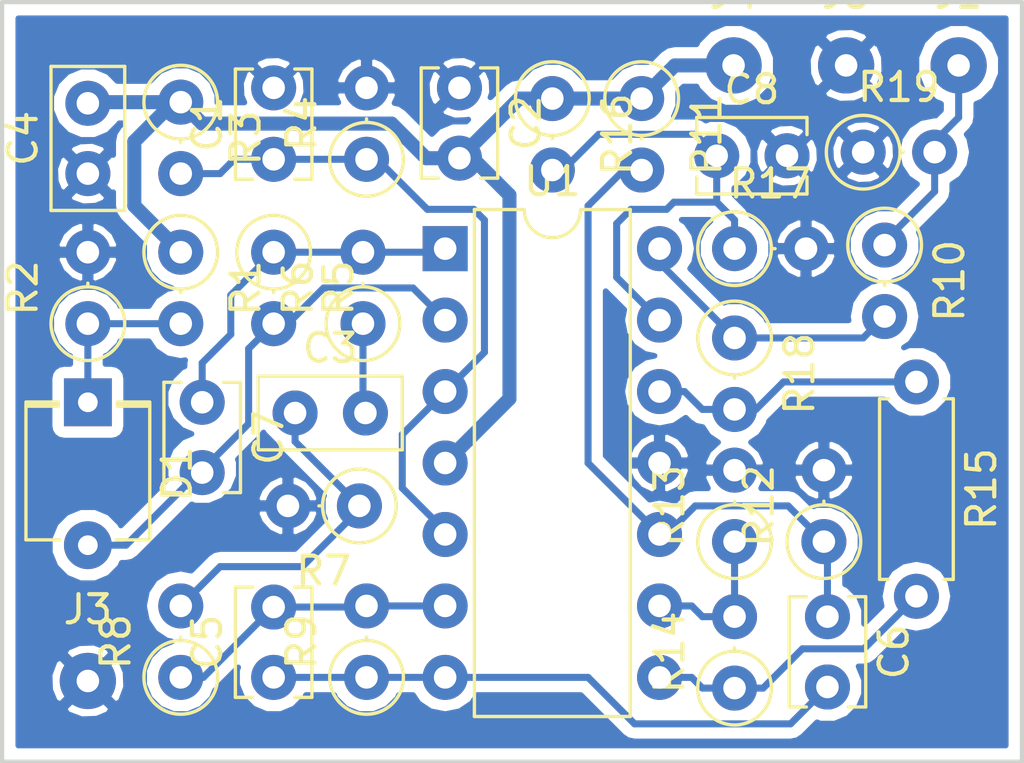
<source format=kicad_pcb>
(kicad_pcb (version 4) (host pcbnew 4.0.6-e0-6349~53~ubuntu16.04.1)

  (general
    (links 57)
    (no_connects 0)
    (area 24.924999 24.924999 61.325001 52.075001)
    (thickness 1.6)
    (drawings 4)
    (tracks 125)
    (zones 0)
    (modules 33)
    (nets 18)
  )

  (page A4)
  (layers
    (0 F.Cu signal)
    (31 B.Cu signal)
    (32 B.Adhes user)
    (33 F.Adhes user)
    (34 B.Paste user)
    (35 F.Paste user)
    (36 B.SilkS user hide)
    (37 F.SilkS user hide)
    (38 B.Mask user)
    (39 F.Mask user)
    (40 Dwgs.User user)
    (41 Cmts.User user)
    (42 Eco1.User user)
    (43 Eco2.User user)
    (44 Edge.Cuts user)
    (45 Margin user)
    (46 B.CrtYd user)
    (47 F.CrtYd user)
    (48 B.Fab user)
    (49 F.Fab user hide)
  )

  (setup
    (last_trace_width 0.25)
    (trace_clearance 0.2)
    (zone_clearance 0.4)
    (zone_45_only no)
    (trace_min 0.2)
    (segment_width 0.2)
    (edge_width 0.15)
    (via_size 0.6)
    (via_drill 0.4)
    (via_min_size 0.4)
    (via_min_drill 0.3)
    (uvia_size 0.3)
    (uvia_drill 0.1)
    (uvias_allowed no)
    (uvia_min_size 0.2)
    (uvia_min_drill 0.1)
    (pcb_text_width 0.3)
    (pcb_text_size 1.5 1.5)
    (mod_edge_width 0.15)
    (mod_text_size 1 1)
    (mod_text_width 0.15)
    (pad_size 1.524 1.524)
    (pad_drill 0.762)
    (pad_to_mask_clearance 0.2)
    (aux_axis_origin 0 0)
    (grid_origin 25 25)
    (visible_elements FFFFFFFF)
    (pcbplotparams
      (layerselection 0x00000_80000000)
      (usegerberextensions false)
      (excludeedgelayer false)
      (linewidth 0.100000)
      (plotframeref false)
      (viasonmask false)
      (mode 1)
      (useauxorigin false)
      (hpglpennumber 1)
      (hpglpenspeed 20)
      (hpglpendiameter 15)
      (hpglpenoverlay 2)
      (psnegative false)
      (psa4output false)
      (plotreference true)
      (plotvalue true)
      (plotinvisibletext false)
      (padsonsilk false)
      (subtractmaskfromsilk false)
      (outputformat 5)
      (mirror false)
      (drillshape 2)
      (scaleselection 1)
      (outputdirectory ""))
  )

  (net 0 "")
  (net 1 "Net-(C1-Pad1)")
  (net 2 GND)
  (net 3 +12V)
  (net 4 "Net-(C3-Pad1)")
  (net 5 "Net-(C3-Pad2)")
  (net 6 "Net-(C5-Pad1)")
  (net 7 "Net-(C5-Pad2)")
  (net 8 "Net-(C6-Pad1)")
  (net 9 "Net-(C7-Pad1)")
  (net 10 "Net-(C7-Pad2)")
  (net 11 "Net-(C8-Pad1)")
  (net 12 "Net-(D1-Pad1)")
  (net 13 "Net-(J1-Pad1)")
  (net 14 "Net-(R10-Pad2)")
  (net 15 "Net-(R13-Pad1)")
  (net 16 "Net-(R14-Pad1)")
  (net 17 "Net-(R15-Pad1)")

  (net_class Default "This is the default net class."
    (clearance 0.2)
    (trace_width 0.25)
    (via_dia 0.6)
    (via_drill 0.4)
    (uvia_dia 0.3)
    (uvia_drill 0.1)
    (add_net "Net-(C1-Pad1)")
    (add_net "Net-(C3-Pad1)")
    (add_net "Net-(C3-Pad2)")
    (add_net "Net-(C5-Pad1)")
    (add_net "Net-(C5-Pad2)")
    (add_net "Net-(C6-Pad1)")
    (add_net "Net-(C7-Pad1)")
    (add_net "Net-(C7-Pad2)")
    (add_net "Net-(C8-Pad1)")
    (add_net "Net-(D1-Pad1)")
    (add_net "Net-(J1-Pad1)")
    (add_net "Net-(R10-Pad2)")
    (add_net "Net-(R13-Pad1)")
    (add_net "Net-(R14-Pad1)")
    (add_net "Net-(R15-Pad1)")
  )

  (net_class PWR ""
    (clearance 0.2)
    (trace_width 0.5)
    (via_dia 0.6)
    (via_drill 0.4)
    (uvia_dia 0.3)
    (uvia_drill 0.1)
    (add_net +12V)
    (add_net GND)
  )

  (module Capacitors_THT:C_Disc_D3.8mm_W2.6mm_P2.50mm (layer F.Cu) (tedit 58D17577) (tstamp 58C98DBA)
    (at 34.652 30.588 90)
    (descr "C, Disc series, Radial, pin pitch=2.50mm, , diameter*width=3.8*2.6mm^2, Capacitor, http://www.vishay.com/docs/45233/krseries.pdf")
    (tags "C Disc series Radial pin pitch 2.50mm  diameter 3.8mm width 2.6mm Capacitor")
    (path /58C306CE)
    (fp_text reference C1 (at 1.25 -2.36 90) (layer F.SilkS)
      (effects (font (size 1 1) (thickness 0.15)))
    )
    (fp_text value 100n (at 1.016 -1.016 90) (layer F.Fab)
      (effects (font (size 1 1) (thickness 0.15)))
    )
    (fp_line (start -0.65 -1.3) (end -0.65 1.3) (layer F.Fab) (width 0.1))
    (fp_line (start -0.65 1.3) (end 3.15 1.3) (layer F.Fab) (width 0.1))
    (fp_line (start 3.15 1.3) (end 3.15 -1.3) (layer F.Fab) (width 0.1))
    (fp_line (start 3.15 -1.3) (end -0.65 -1.3) (layer F.Fab) (width 0.1))
    (fp_line (start -0.71 -1.36) (end 3.21 -1.36) (layer F.SilkS) (width 0.12))
    (fp_line (start -0.71 1.36) (end 3.21 1.36) (layer F.SilkS) (width 0.12))
    (fp_line (start -0.71 -1.36) (end -0.71 -0.75) (layer F.SilkS) (width 0.12))
    (fp_line (start -0.71 0.75) (end -0.71 1.36) (layer F.SilkS) (width 0.12))
    (fp_line (start 3.21 -1.36) (end 3.21 -0.75) (layer F.SilkS) (width 0.12))
    (fp_line (start 3.21 0.75) (end 3.21 1.36) (layer F.SilkS) (width 0.12))
    (fp_line (start -1.05 -1.65) (end -1.05 1.65) (layer F.CrtYd) (width 0.05))
    (fp_line (start -1.05 1.65) (end 3.55 1.65) (layer F.CrtYd) (width 0.05))
    (fp_line (start 3.55 1.65) (end 3.55 -1.65) (layer F.CrtYd) (width 0.05))
    (fp_line (start 3.55 -1.65) (end -1.05 -1.65) (layer F.CrtYd) (width 0.05))
    (pad 1 thru_hole circle (at 0 0 90) (size 1.6 1.6) (drill 0.8) (layers *.Cu *.Mask)
      (net 1 "Net-(C1-Pad1)"))
    (pad 2 thru_hole circle (at 2.54 0 90) (size 1.6 1.6) (drill 0.8) (layers *.Cu *.Mask)
      (net 2 GND))
    (model Capacitors_THT.3dshapes/C_Disc_D3.8mm_W2.6mm_P2.50mm.wrl
      (at (xyz 0 0 0))
      (scale (xyz 0.393701 0.393701 0.393701))
      (rotate (xyz 0 0 0))
    )
  )

  (module Capacitors_THT:C_Disc_D3.8mm_W2.6mm_P2.50mm (layer F.Cu) (tedit 58D17401) (tstamp 58C98DC0)
    (at 41.256 28.048 270)
    (descr "C, Disc series, Radial, pin pitch=2.50mm, , diameter*width=3.8*2.6mm^2, Capacitor, http://www.vishay.com/docs/45233/krseries.pdf")
    (tags "C Disc series Radial pin pitch 2.50mm  diameter 3.8mm width 2.6mm Capacitor")
    (path /58C30996)
    (fp_text reference C2 (at 1.25 -2.36 270) (layer F.SilkS)
      (effects (font (size 1 1) (thickness 0.15)))
    )
    (fp_text value 100n (at 1.27 0.762 270) (layer F.Fab)
      (effects (font (size 1 1) (thickness 0.15)))
    )
    (fp_line (start -0.65 -1.3) (end -0.65 1.3) (layer F.Fab) (width 0.1))
    (fp_line (start -0.65 1.3) (end 3.15 1.3) (layer F.Fab) (width 0.1))
    (fp_line (start 3.15 1.3) (end 3.15 -1.3) (layer F.Fab) (width 0.1))
    (fp_line (start 3.15 -1.3) (end -0.65 -1.3) (layer F.Fab) (width 0.1))
    (fp_line (start -0.71 -1.36) (end 3.21 -1.36) (layer F.SilkS) (width 0.12))
    (fp_line (start -0.71 1.36) (end 3.21 1.36) (layer F.SilkS) (width 0.12))
    (fp_line (start -0.71 -1.36) (end -0.71 -0.75) (layer F.SilkS) (width 0.12))
    (fp_line (start -0.71 0.75) (end -0.71 1.36) (layer F.SilkS) (width 0.12))
    (fp_line (start 3.21 -1.36) (end 3.21 -0.75) (layer F.SilkS) (width 0.12))
    (fp_line (start 3.21 0.75) (end 3.21 1.36) (layer F.SilkS) (width 0.12))
    (fp_line (start -1.05 -1.65) (end -1.05 1.65) (layer F.CrtYd) (width 0.05))
    (fp_line (start -1.05 1.65) (end 3.55 1.65) (layer F.CrtYd) (width 0.05))
    (fp_line (start 3.55 1.65) (end 3.55 -1.65) (layer F.CrtYd) (width 0.05))
    (fp_line (start 3.55 -1.65) (end -1.05 -1.65) (layer F.CrtYd) (width 0.05))
    (pad 1 thru_hole circle (at 0 0 270) (size 1.6 1.6) (drill 0.8) (layers *.Cu *.Mask)
      (net 2 GND))
    (pad 2 thru_hole circle (at 2.5 0 270) (size 1.6 1.6) (drill 0.8) (layers *.Cu *.Mask)
      (net 3 +12V))
    (model Capacitors_THT.3dshapes/C_Disc_D3.8mm_W2.6mm_P2.50mm.wrl
      (at (xyz 0 0 0))
      (scale (xyz 0.393701 0.393701 0.393701))
      (rotate (xyz 0 0 0))
    )
  )

  (module Capacitors_THT:C_Disc_D5.0mm_W2.5mm_P2.50mm (layer F.Cu) (tedit 58D173B5) (tstamp 58C98DC6)
    (at 35.414 39.605)
    (descr "C, Disc series, Radial, pin pitch=2.50mm, , diameter*width=5*2.5mm^2, Capacitor, http://cdn-reichelt.de/documents/datenblatt/B300/DS_KERKO_TC.pdf")
    (tags "C Disc series Radial pin pitch 2.50mm  diameter 5mm width 2.5mm Capacitor")
    (path /58C30AB2)
    (fp_text reference C3 (at 1.25 -2.31) (layer F.SilkS)
      (effects (font (size 1 1) (thickness 0.15)))
    )
    (fp_text value 1u (at 1.27 -0.635) (layer F.Fab)
      (effects (font (size 1 1) (thickness 0.15)))
    )
    (fp_line (start -1.25 -1.25) (end -1.25 1.25) (layer F.Fab) (width 0.1))
    (fp_line (start -1.25 1.25) (end 3.75 1.25) (layer F.Fab) (width 0.1))
    (fp_line (start 3.75 1.25) (end 3.75 -1.25) (layer F.Fab) (width 0.1))
    (fp_line (start 3.75 -1.25) (end -1.25 -1.25) (layer F.Fab) (width 0.1))
    (fp_line (start -1.31 -1.31) (end 3.81 -1.31) (layer F.SilkS) (width 0.12))
    (fp_line (start -1.31 1.31) (end 3.81 1.31) (layer F.SilkS) (width 0.12))
    (fp_line (start -1.31 -1.31) (end -1.31 1.31) (layer F.SilkS) (width 0.12))
    (fp_line (start 3.81 -1.31) (end 3.81 1.31) (layer F.SilkS) (width 0.12))
    (fp_line (start -1.6 -1.6) (end -1.6 1.6) (layer F.CrtYd) (width 0.05))
    (fp_line (start -1.6 1.6) (end 4.1 1.6) (layer F.CrtYd) (width 0.05))
    (fp_line (start 4.1 1.6) (end 4.1 -1.6) (layer F.CrtYd) (width 0.05))
    (fp_line (start 4.1 -1.6) (end -1.6 -1.6) (layer F.CrtYd) (width 0.05))
    (pad 1 thru_hole circle (at 0 0) (size 1.6 1.6) (drill 0.8) (layers *.Cu *.Mask)
      (net 4 "Net-(C3-Pad1)"))
    (pad 2 thru_hole circle (at 2.5 0) (size 1.6 1.6) (drill 0.8) (layers *.Cu *.Mask)
      (net 5 "Net-(C3-Pad2)"))
    (model Capacitors_THT.3dshapes/C_Disc_D5.0mm_W2.5mm_P2.50mm.wrl
      (at (xyz 0 0 0))
      (scale (xyz 0.393701 0.393701 0.393701))
      (rotate (xyz 0 0 0))
    )
  )

  (module Capacitors_THT:C_Disc_D5.0mm_W2.5mm_P2.50mm (layer F.Cu) (tedit 58D1756F) (tstamp 58C98DCC)
    (at 28.048 31.096 90)
    (descr "C, Disc series, Radial, pin pitch=2.50mm, , diameter*width=5*2.5mm^2, Capacitor, http://cdn-reichelt.de/documents/datenblatt/B300/DS_KERKO_TC.pdf")
    (tags "C Disc series Radial pin pitch 2.50mm  diameter 5mm width 2.5mm Capacitor")
    (path /58C34469)
    (fp_text reference C4 (at 1.25 -2.31 90) (layer F.SilkS)
      (effects (font (size 1 1) (thickness 0.15)))
    )
    (fp_text value 1u (at 0.762 -1.27 90) (layer F.Fab)
      (effects (font (size 1 1) (thickness 0.15)))
    )
    (fp_line (start -1.25 -1.25) (end -1.25 1.25) (layer F.Fab) (width 0.1))
    (fp_line (start -1.25 1.25) (end 3.75 1.25) (layer F.Fab) (width 0.1))
    (fp_line (start 3.75 1.25) (end 3.75 -1.25) (layer F.Fab) (width 0.1))
    (fp_line (start 3.75 -1.25) (end -1.25 -1.25) (layer F.Fab) (width 0.1))
    (fp_line (start -1.31 -1.31) (end 3.81 -1.31) (layer F.SilkS) (width 0.12))
    (fp_line (start -1.31 1.31) (end 3.81 1.31) (layer F.SilkS) (width 0.12))
    (fp_line (start -1.31 -1.31) (end -1.31 1.31) (layer F.SilkS) (width 0.12))
    (fp_line (start 3.81 -1.31) (end 3.81 1.31) (layer F.SilkS) (width 0.12))
    (fp_line (start -1.6 -1.6) (end -1.6 1.6) (layer F.CrtYd) (width 0.05))
    (fp_line (start -1.6 1.6) (end 4.1 1.6) (layer F.CrtYd) (width 0.05))
    (fp_line (start 4.1 1.6) (end 4.1 -1.6) (layer F.CrtYd) (width 0.05))
    (fp_line (start 4.1 -1.6) (end -1.6 -1.6) (layer F.CrtYd) (width 0.05))
    (pad 1 thru_hole circle (at 0 0 90) (size 1.6 1.6) (drill 0.8) (layers *.Cu *.Mask)
      (net 2 GND))
    (pad 2 thru_hole circle (at 2.5 0 90) (size 1.6 1.6) (drill 0.8) (layers *.Cu *.Mask)
      (net 3 +12V))
    (model Capacitors_THT.3dshapes/C_Disc_D5.0mm_W2.5mm_P2.50mm.wrl
      (at (xyz 0 0 0))
      (scale (xyz 0.393701 0.393701 0.393701))
      (rotate (xyz 0 0 0))
    )
  )

  (module Capacitors_THT:C_Disc_D3.8mm_W2.6mm_P2.50mm (layer F.Cu) (tedit 58D173E4) (tstamp 58C98DD2)
    (at 34.652 49.003 90)
    (descr "C, Disc series, Radial, pin pitch=2.50mm, , diameter*width=3.8*2.6mm^2, Capacitor, http://www.vishay.com/docs/45233/krseries.pdf")
    (tags "C Disc series Radial pin pitch 2.50mm  diameter 3.8mm width 2.6mm Capacitor")
    (path /58CA9602)
    (fp_text reference C5 (at 1.25 -2.36 90) (layer F.SilkS)
      (effects (font (size 1 1) (thickness 0.15)))
    )
    (fp_text value 22p (at 1.651 -0.762 90) (layer F.Fab)
      (effects (font (size 1 1) (thickness 0.15)))
    )
    (fp_line (start -0.65 -1.3) (end -0.65 1.3) (layer F.Fab) (width 0.1))
    (fp_line (start -0.65 1.3) (end 3.15 1.3) (layer F.Fab) (width 0.1))
    (fp_line (start 3.15 1.3) (end 3.15 -1.3) (layer F.Fab) (width 0.1))
    (fp_line (start 3.15 -1.3) (end -0.65 -1.3) (layer F.Fab) (width 0.1))
    (fp_line (start -0.71 -1.36) (end 3.21 -1.36) (layer F.SilkS) (width 0.12))
    (fp_line (start -0.71 1.36) (end 3.21 1.36) (layer F.SilkS) (width 0.12))
    (fp_line (start -0.71 -1.36) (end -0.71 -0.75) (layer F.SilkS) (width 0.12))
    (fp_line (start -0.71 0.75) (end -0.71 1.36) (layer F.SilkS) (width 0.12))
    (fp_line (start 3.21 -1.36) (end 3.21 -0.75) (layer F.SilkS) (width 0.12))
    (fp_line (start 3.21 0.75) (end 3.21 1.36) (layer F.SilkS) (width 0.12))
    (fp_line (start -1.05 -1.65) (end -1.05 1.65) (layer F.CrtYd) (width 0.05))
    (fp_line (start -1.05 1.65) (end 3.55 1.65) (layer F.CrtYd) (width 0.05))
    (fp_line (start 3.55 1.65) (end 3.55 -1.65) (layer F.CrtYd) (width 0.05))
    (fp_line (start 3.55 -1.65) (end -1.05 -1.65) (layer F.CrtYd) (width 0.05))
    (pad 1 thru_hole circle (at 0 0 90) (size 1.6 1.6) (drill 0.8) (layers *.Cu *.Mask)
      (net 6 "Net-(C5-Pad1)"))
    (pad 2 thru_hole circle (at 2.5 0 90) (size 1.6 1.6) (drill 0.8) (layers *.Cu *.Mask)
      (net 7 "Net-(C5-Pad2)"))
    (model Capacitors_THT.3dshapes/C_Disc_D3.8mm_W2.6mm_P2.50mm.wrl
      (at (xyz 0 0 0))
      (scale (xyz 0.393701 0.393701 0.393701))
      (rotate (xyz 0 0 0))
    )
  )

  (module Capacitors_THT:C_Disc_D3.8mm_W2.6mm_P2.50mm (layer F.Cu) (tedit 58D17479) (tstamp 58C98DD8)
    (at 54.337 46.844 270)
    (descr "C, Disc series, Radial, pin pitch=2.50mm, , diameter*width=3.8*2.6mm^2, Capacitor, http://www.vishay.com/docs/45233/krseries.pdf")
    (tags "C Disc series Radial pin pitch 2.50mm  diameter 3.8mm width 2.6mm Capacitor")
    (path /58C31382)
    (fp_text reference C6 (at 1.25 -2.36 270) (layer F.SilkS)
      (effects (font (size 1 1) (thickness 0.15)))
    )
    (fp_text value 1u (at 1.016 0.127 270) (layer F.Fab)
      (effects (font (size 1 1) (thickness 0.15)))
    )
    (fp_line (start -0.65 -1.3) (end -0.65 1.3) (layer F.Fab) (width 0.1))
    (fp_line (start -0.65 1.3) (end 3.15 1.3) (layer F.Fab) (width 0.1))
    (fp_line (start 3.15 1.3) (end 3.15 -1.3) (layer F.Fab) (width 0.1))
    (fp_line (start 3.15 -1.3) (end -0.65 -1.3) (layer F.Fab) (width 0.1))
    (fp_line (start -0.71 -1.36) (end 3.21 -1.36) (layer F.SilkS) (width 0.12))
    (fp_line (start -0.71 1.36) (end 3.21 1.36) (layer F.SilkS) (width 0.12))
    (fp_line (start -0.71 -1.36) (end -0.71 -0.75) (layer F.SilkS) (width 0.12))
    (fp_line (start -0.71 0.75) (end -0.71 1.36) (layer F.SilkS) (width 0.12))
    (fp_line (start 3.21 -1.36) (end 3.21 -0.75) (layer F.SilkS) (width 0.12))
    (fp_line (start 3.21 0.75) (end 3.21 1.36) (layer F.SilkS) (width 0.12))
    (fp_line (start -1.05 -1.65) (end -1.05 1.65) (layer F.CrtYd) (width 0.05))
    (fp_line (start -1.05 1.65) (end 3.55 1.65) (layer F.CrtYd) (width 0.05))
    (fp_line (start 3.55 1.65) (end 3.55 -1.65) (layer F.CrtYd) (width 0.05))
    (fp_line (start 3.55 -1.65) (end -1.05 -1.65) (layer F.CrtYd) (width 0.05))
    (pad 1 thru_hole circle (at 0 0 270) (size 1.6 1.6) (drill 0.8) (layers *.Cu *.Mask)
      (net 8 "Net-(C6-Pad1)"))
    (pad 2 thru_hole circle (at 2.5 0 270) (size 1.6 1.6) (drill 0.8) (layers *.Cu *.Mask)
      (net 6 "Net-(C5-Pad1)"))
    (model Capacitors_THT.3dshapes/C_Disc_D3.8mm_W2.6mm_P2.50mm.wrl
      (at (xyz 0 0 0))
      (scale (xyz 0.393701 0.393701 0.393701))
      (rotate (xyz 0 0 0))
    )
  )

  (module Capacitors_THT:C_Disc_D3.8mm_W2.6mm_P2.50mm (layer F.Cu) (tedit 58D173A4) (tstamp 58C98DDE)
    (at 32.112 39.224 270)
    (descr "C, Disc series, Radial, pin pitch=2.50mm, , diameter*width=3.8*2.6mm^2, Capacitor, http://www.vishay.com/docs/45233/krseries.pdf")
    (tags "C Disc series Radial pin pitch 2.50mm  diameter 3.8mm width 2.6mm Capacitor")
    (path /58C4C636)
    (fp_text reference C7 (at 1.25 -2.36 270) (layer F.SilkS)
      (effects (font (size 1 1) (thickness 0.15)))
    )
    (fp_text value 22p (at 1.143 1.016 270) (layer F.Fab)
      (effects (font (size 1 1) (thickness 0.15)))
    )
    (fp_line (start -0.65 -1.3) (end -0.65 1.3) (layer F.Fab) (width 0.1))
    (fp_line (start -0.65 1.3) (end 3.15 1.3) (layer F.Fab) (width 0.1))
    (fp_line (start 3.15 1.3) (end 3.15 -1.3) (layer F.Fab) (width 0.1))
    (fp_line (start 3.15 -1.3) (end -0.65 -1.3) (layer F.Fab) (width 0.1))
    (fp_line (start -0.71 -1.36) (end 3.21 -1.36) (layer F.SilkS) (width 0.12))
    (fp_line (start -0.71 1.36) (end 3.21 1.36) (layer F.SilkS) (width 0.12))
    (fp_line (start -0.71 -1.36) (end -0.71 -0.75) (layer F.SilkS) (width 0.12))
    (fp_line (start -0.71 0.75) (end -0.71 1.36) (layer F.SilkS) (width 0.12))
    (fp_line (start 3.21 -1.36) (end 3.21 -0.75) (layer F.SilkS) (width 0.12))
    (fp_line (start 3.21 0.75) (end 3.21 1.36) (layer F.SilkS) (width 0.12))
    (fp_line (start -1.05 -1.65) (end -1.05 1.65) (layer F.CrtYd) (width 0.05))
    (fp_line (start -1.05 1.65) (end 3.55 1.65) (layer F.CrtYd) (width 0.05))
    (fp_line (start 3.55 1.65) (end 3.55 -1.65) (layer F.CrtYd) (width 0.05))
    (fp_line (start 3.55 -1.65) (end -1.05 -1.65) (layer F.CrtYd) (width 0.05))
    (pad 1 thru_hole circle (at 0 0 270) (size 1.6 1.6) (drill 0.8) (layers *.Cu *.Mask)
      (net 9 "Net-(C7-Pad1)"))
    (pad 2 thru_hole circle (at 2.5 0 270) (size 1.6 1.6) (drill 0.8) (layers *.Cu *.Mask)
      (net 10 "Net-(C7-Pad2)"))
    (model Capacitors_THT.3dshapes/C_Disc_D3.8mm_W2.6mm_P2.50mm.wrl
      (at (xyz 0 0 0))
      (scale (xyz 0.393701 0.393701 0.393701))
      (rotate (xyz 0 0 0))
    )
  )

  (module Capacitors_THT:C_Disc_D3.8mm_W2.6mm_P2.50mm (layer F.Cu) (tedit 58D17506) (tstamp 58C98DE4)
    (at 50.4 30.461)
    (descr "C, Disc series, Radial, pin pitch=2.50mm, , diameter*width=3.8*2.6mm^2, Capacitor, http://www.vishay.com/docs/45233/krseries.pdf")
    (tags "C Disc series Radial pin pitch 2.50mm  diameter 3.8mm width 2.6mm Capacitor")
    (path /58CB1224)
    (fp_text reference C8 (at 1.25 -2.36) (layer F.SilkS)
      (effects (font (size 1 1) (thickness 0.15)))
    )
    (fp_text value 100n (at 1.524 -1.143) (layer F.Fab)
      (effects (font (size 1 1) (thickness 0.15)))
    )
    (fp_line (start -0.65 -1.3) (end -0.65 1.3) (layer F.Fab) (width 0.1))
    (fp_line (start -0.65 1.3) (end 3.15 1.3) (layer F.Fab) (width 0.1))
    (fp_line (start 3.15 1.3) (end 3.15 -1.3) (layer F.Fab) (width 0.1))
    (fp_line (start 3.15 -1.3) (end -0.65 -1.3) (layer F.Fab) (width 0.1))
    (fp_line (start -0.71 -1.36) (end 3.21 -1.36) (layer F.SilkS) (width 0.12))
    (fp_line (start -0.71 1.36) (end 3.21 1.36) (layer F.SilkS) (width 0.12))
    (fp_line (start -0.71 -1.36) (end -0.71 -0.75) (layer F.SilkS) (width 0.12))
    (fp_line (start -0.71 0.75) (end -0.71 1.36) (layer F.SilkS) (width 0.12))
    (fp_line (start 3.21 -1.36) (end 3.21 -0.75) (layer F.SilkS) (width 0.12))
    (fp_line (start 3.21 0.75) (end 3.21 1.36) (layer F.SilkS) (width 0.12))
    (fp_line (start -1.05 -1.65) (end -1.05 1.65) (layer F.CrtYd) (width 0.05))
    (fp_line (start -1.05 1.65) (end 3.55 1.65) (layer F.CrtYd) (width 0.05))
    (fp_line (start 3.55 1.65) (end 3.55 -1.65) (layer F.CrtYd) (width 0.05))
    (fp_line (start 3.55 -1.65) (end -1.05 -1.65) (layer F.CrtYd) (width 0.05))
    (pad 1 thru_hole circle (at 0 0) (size 1.6 1.6) (drill 0.8) (layers *.Cu *.Mask)
      (net 11 "Net-(C8-Pad1)"))
    (pad 2 thru_hole circle (at 2.5 0) (size 1.6 1.6) (drill 0.8) (layers *.Cu *.Mask)
      (net 2 GND))
    (model Capacitors_THT.3dshapes/C_Disc_D3.8mm_W2.6mm_P2.50mm.wrl
      (at (xyz 0 0 0))
      (scale (xyz 0.393701 0.393701 0.393701))
      (rotate (xyz 0 0 0))
    )
  )

  (module Opto-Devices:PhotoDiode_DIL2_4.3x4.65_RM5.08 (layer F.Cu) (tedit 588C9D55) (tstamp 58C98DEA)
    (at 28.048 39.224 270)
    (descr "PhotoDiode, plastic DIL, 4.3x4.65mm², RM5.08")
    (tags "PhotoDiode plastic DIL RM5.08")
    (path /58C2F21C)
    (fp_text reference D1 (at 2.54 -3.17 270) (layer F.SilkS)
      (effects (font (size 1 1) (thickness 0.15)))
    )
    (fp_text value BPW34 (at 2.54 3.17 270) (layer F.Fab)
      (effects (font (size 1 1) (thickness 0.15)))
    )
    (fp_line (start 3.79 1.5) (end 3.79 -1.5) (layer F.Fab) (width 0.1))
    (fp_line (start 0.79 -1.5) (end 0.79 1.5) (layer F.Fab) (width 0.1))
    (fp_line (start 0.09 1.05) (end 0.09 2.2) (layer F.SilkS) (width 0.12))
    (fp_line (start 0.04 2.2) (end 0.04 1.05) (layer F.SilkS) (width 0.12))
    (fp_line (start -0.01 1.05) (end -0.01 2.2) (layer F.SilkS) (width 0.12))
    (fp_line (start -0.01 -1.05) (end -0.01 -2.2) (layer F.SilkS) (width 0.12))
    (fp_line (start 0.09 -2.2) (end 0.09 -1.05) (layer F.SilkS) (width 0.12))
    (fp_line (start 0.04 -2.2) (end 0.04 -1.05) (layer F.SilkS) (width 0.12))
    (fp_line (start 0.14 -1.05) (end 0.14 -2.2) (layer F.SilkS) (width 0.12))
    (fp_line (start 4.89 1) (end 4.89 2.2) (layer F.SilkS) (width 0.12))
    (fp_line (start 4.89 2.2) (end 0.14 2.2) (layer F.SilkS) (width 0.12))
    (fp_line (start 0.14 2.2) (end 0.14 1.05) (layer F.SilkS) (width 0.12))
    (fp_line (start 0.14 -2.2) (end 4.89 -2.2) (layer F.SilkS) (width 0.12))
    (fp_line (start 4.89 -2.2) (end 4.89 -1) (layer F.SilkS) (width 0.12))
    (fp_line (start 4.84 -2.15) (end 4.84 2.15) (layer F.Fab) (width 0.1))
    (fp_line (start 4.84 2.15) (end 0.19 2.15) (layer F.Fab) (width 0.1))
    (fp_line (start 0.19 2.15) (end 0.19 -1.5) (layer F.Fab) (width 0.1))
    (fp_line (start 0.19 -1.5) (end 0.84 -2.15) (layer F.Fab) (width 0.1))
    (fp_line (start 0.84 -2.15) (end 4.84 -2.15) (layer F.Fab) (width 0.1))
    (fp_line (start 0.79 1.5) (end 3.79 1.5) (layer F.Fab) (width 0.1))
    (fp_line (start 3.79 -1.5) (end 0.79 -1.5) (layer F.Fab) (width 0.1))
    (fp_line (start 2.79 -0.38) (end 3.05 -0.38) (layer F.Fab) (width 0.1))
    (fp_line (start 2.79 -0.38) (end 2.79 -0.64) (layer F.Fab) (width 0.1))
    (fp_line (start 2.29 -0.38) (end 2.54 -0.38) (layer F.Fab) (width 0.1))
    (fp_line (start 2.29 -0.38) (end 2.29 -0.64) (layer F.Fab) (width 0.1))
    (fp_line (start 3.05 -1.14) (end 2.29 -0.38) (layer F.Fab) (width 0.1))
    (fp_line (start 3.56 -1.14) (end 2.79 -0.38) (layer F.Fab) (width 0.1))
    (fp_line (start 2.03 0.64) (end 2.67 0) (layer F.Fab) (width 0.1))
    (fp_line (start 2.67 0) (end 2.67 1.27) (layer F.Fab) (width 0.1))
    (fp_line (start 2.67 1.27) (end 2.03 0.64) (layer F.Fab) (width 0.1))
    (fp_line (start 2.03 0) (end 2.03 1.27) (layer F.Fab) (width 0.1))
    (fp_line (start 1.02 0.64) (end 3.56 0.64) (layer F.Fab) (width 0.1))
    (fp_line (start -1.1 -2.4) (end 6.18 -2.4) (layer F.CrtYd) (width 0.05))
    (fp_line (start -1.1 -2.4) (end -1.1 2.4) (layer F.CrtYd) (width 0.05))
    (fp_line (start 6.18 2.4) (end 6.18 -2.4) (layer F.CrtYd) (width 0.05))
    (fp_line (start 6.18 2.4) (end -1.1 2.4) (layer F.CrtYd) (width 0.05))
    (pad 2 thru_hole circle (at 5.08 0 90) (size 1.7 1.7) (drill 0.7) (layers *.Cu *.Mask)
      (net 10 "Net-(C7-Pad2)"))
    (pad 1 thru_hole rect (at 0 0 90) (size 1.7 1.7) (drill 0.7) (layers *.Cu *.Mask)
      (net 12 "Net-(D1-Pad1)"))
  )

  (module Wire_Pads:SolderWirePad_single_0-8mmDrill (layer F.Cu) (tedit 58D17425) (tstamp 58C98DEF)
    (at 59 27.25)
    (path /58C331BD)
    (fp_text reference J1 (at 0 -2.54) (layer F.SilkS)
      (effects (font (size 1 1) (thickness 0.15)))
    )
    (fp_text value Sgn (at -0.218 -1.488) (layer F.Fab)
      (effects (font (size 1 1) (thickness 0.15)))
    )
    (pad 1 thru_hole circle (at 0 0) (size 1.99898 1.99898) (drill 0.8001) (layers *.Cu *.Mask)
      (net 13 "Net-(J1-Pad1)"))
  )

  (module Wire_Pads:SolderWirePad_single_0-8mmDrill (layer F.Cu) (tedit 0) (tstamp 58C98DF4)
    (at 28.048 49.13)
    (path /58C3E171)
    (fp_text reference J3 (at 0 -2.54) (layer F.SilkS)
      (effects (font (size 1 1) (thickness 0.15)))
    )
    (fp_text value D_GND (at 0 2.54) (layer F.Fab)
      (effects (font (size 1 1) (thickness 0.15)))
    )
    (pad 1 thru_hole circle (at 0 0) (size 1.99898 1.99898) (drill 0.8001) (layers *.Cu *.Mask)
      (net 2 GND))
  )

  (module Wire_Pads:SolderWirePad_single_0-8mmDrill (layer F.Cu) (tedit 58D1741A) (tstamp 58C98DF9)
    (at 51 27.25)
    (path /58C3E468)
    (fp_text reference J4 (at 0 -2.54) (layer F.SilkS)
      (effects (font (size 1 1) (thickness 0.15)))
    )
    (fp_text value 12V (at 0.67 -1.234) (layer F.Fab)
      (effects (font (size 1 1) (thickness 0.15)))
    )
    (pad 1 thru_hole circle (at 0 0) (size 1.99898 1.99898) (drill 0.8001) (layers *.Cu *.Mask)
      (net 3 +12V))
  )

  (module Wire_Pads:SolderWirePad_single_0-8mmDrill (layer F.Cu) (tedit 58D1741E) (tstamp 58C98DFE)
    (at 55 27.25)
    (path /58C3E54F)
    (fp_text reference J5 (at 0 -2.54) (layer F.SilkS)
      (effects (font (size 1 1) (thickness 0.15)))
    )
    (fp_text value GND (at -0.028 -1.234) (layer F.Fab)
      (effects (font (size 1 1) (thickness 0.15)))
    )
    (pad 1 thru_hole circle (at 0 0) (size 1.99898 1.99898) (drill 0.8001) (layers *.Cu *.Mask)
      (net 2 GND))
  )

  (module Resistors_THT:R_Axial_DIN0207_L6.3mm_D2.5mm_P2.54mm_Vertical (layer F.Cu) (tedit 58D1754C) (tstamp 58C98E04)
    (at 31.35 33.89 270)
    (descr "Resistor, Axial_DIN0207 series, Axial, Vertical, pin pitch=2.54mm, 0.25W = 1/4W, length*diameter=6.3*2.5mm^2, http://cdn-reichelt.de/documents/datenblatt/B400/1_4W%23YAG.pdf")
    (tags "Resistor Axial_DIN0207 series Axial Vertical pin pitch 2.54mm 0.25W = 1/4W length 6.3mm diameter 2.5mm")
    (path /58C303C2)
    (fp_text reference R1 (at 1.27 -2.31 270) (layer F.SilkS)
      (effects (font (size 1 1) (thickness 0.15)))
    )
    (fp_text value 10k (at 0.762 -0.254 270) (layer F.Fab)
      (effects (font (size 1 1) (thickness 0.15)))
    )
    (fp_circle (center 0 0) (end 1.25 0) (layer F.Fab) (width 0.1))
    (fp_circle (center 0 0) (end 1.31 0) (layer F.SilkS) (width 0.12))
    (fp_line (start 0 0) (end 2.54 0) (layer F.Fab) (width 0.1))
    (fp_line (start 1.31 0) (end 1.44 0) (layer F.SilkS) (width 0.12))
    (fp_line (start -1.6 -1.6) (end -1.6 1.6) (layer F.CrtYd) (width 0.05))
    (fp_line (start -1.6 1.6) (end 3.65 1.6) (layer F.CrtYd) (width 0.05))
    (fp_line (start 3.65 1.6) (end 3.65 -1.6) (layer F.CrtYd) (width 0.05))
    (fp_line (start 3.65 -1.6) (end -1.6 -1.6) (layer F.CrtYd) (width 0.05))
    (pad 1 thru_hole circle (at 0 0 270) (size 1.6 1.6) (drill 0.8) (layers *.Cu *.Mask)
      (net 3 +12V))
    (pad 2 thru_hole oval (at 2.54 0 270) (size 1.6 1.6) (drill 0.8) (layers *.Cu *.Mask)
      (net 12 "Net-(D1-Pad1)"))
    (model Resistors_THT.3dshapes/R_Axial_DIN0207_L6.3mm_D2.5mm_P2.54mm_Vertical.wrl
      (at (xyz 0 0 0))
      (scale (xyz 0.393701 0.393701 0.393701))
      (rotate (xyz 0 0 0))
    )
  )

  (module Resistors_THT:R_Axial_DIN0207_L6.3mm_D2.5mm_P2.54mm_Vertical (layer F.Cu) (tedit 58D1753F) (tstamp 58C98E0A)
    (at 28.048 36.43 90)
    (descr "Resistor, Axial_DIN0207 series, Axial, Vertical, pin pitch=2.54mm, 0.25W = 1/4W, length*diameter=6.3*2.5mm^2, http://cdn-reichelt.de/documents/datenblatt/B400/1_4W%23YAG.pdf")
    (tags "Resistor Axial_DIN0207 series Axial Vertical pin pitch 2.54mm 0.25W = 1/4W length 6.3mm diameter 2.5mm")
    (path /58C304D9)
    (fp_text reference R2 (at 1.27 -2.31 90) (layer F.SilkS)
      (effects (font (size 1 1) (thickness 0.15)))
    )
    (fp_text value 22k (at 1.27 -0.508 90) (layer F.Fab)
      (effects (font (size 1 1) (thickness 0.15)))
    )
    (fp_circle (center 0 0) (end 1.25 0) (layer F.Fab) (width 0.1))
    (fp_circle (center 0 0) (end 1.31 0) (layer F.SilkS) (width 0.12))
    (fp_line (start 0 0) (end 2.54 0) (layer F.Fab) (width 0.1))
    (fp_line (start 1.31 0) (end 1.44 0) (layer F.SilkS) (width 0.12))
    (fp_line (start -1.6 -1.6) (end -1.6 1.6) (layer F.CrtYd) (width 0.05))
    (fp_line (start -1.6 1.6) (end 3.65 1.6) (layer F.CrtYd) (width 0.05))
    (fp_line (start 3.65 1.6) (end 3.65 -1.6) (layer F.CrtYd) (width 0.05))
    (fp_line (start 3.65 -1.6) (end -1.6 -1.6) (layer F.CrtYd) (width 0.05))
    (pad 1 thru_hole circle (at 0 0 90) (size 1.6 1.6) (drill 0.8) (layers *.Cu *.Mask)
      (net 12 "Net-(D1-Pad1)"))
    (pad 2 thru_hole oval (at 2.54 0 90) (size 1.6 1.6) (drill 0.8) (layers *.Cu *.Mask)
      (net 2 GND))
    (model Resistors_THT.3dshapes/R_Axial_DIN0207_L6.3mm_D2.5mm_P2.54mm_Vertical.wrl
      (at (xyz 0 0 0))
      (scale (xyz 0.393701 0.393701 0.393701))
      (rotate (xyz 0 0 0))
    )
  )

  (module Resistors_THT:R_Axial_DIN0207_L6.3mm_D2.5mm_P2.54mm_Vertical (layer F.Cu) (tedit 58D17572) (tstamp 58C98E10)
    (at 31.35 28.556 270)
    (descr "Resistor, Axial_DIN0207 series, Axial, Vertical, pin pitch=2.54mm, 0.25W = 1/4W, length*diameter=6.3*2.5mm^2, http://cdn-reichelt.de/documents/datenblatt/B400/1_4W%23YAG.pdf")
    (tags "Resistor Axial_DIN0207 series Axial Vertical pin pitch 2.54mm 0.25W = 1/4W length 6.3mm diameter 2.5mm")
    (path /58C305B8)
    (fp_text reference R3 (at 1.27 -2.31 270) (layer F.SilkS)
      (effects (font (size 1 1) (thickness 0.15)))
    )
    (fp_text value 100k (at 1.778 1.27 270) (layer F.Fab)
      (effects (font (size 1 1) (thickness 0.15)))
    )
    (fp_circle (center 0 0) (end 1.25 0) (layer F.Fab) (width 0.1))
    (fp_circle (center 0 0) (end 1.31 0) (layer F.SilkS) (width 0.12))
    (fp_line (start 0 0) (end 2.54 0) (layer F.Fab) (width 0.1))
    (fp_line (start 1.31 0) (end 1.44 0) (layer F.SilkS) (width 0.12))
    (fp_line (start -1.6 -1.6) (end -1.6 1.6) (layer F.CrtYd) (width 0.05))
    (fp_line (start -1.6 1.6) (end 3.65 1.6) (layer F.CrtYd) (width 0.05))
    (fp_line (start 3.65 1.6) (end 3.65 -1.6) (layer F.CrtYd) (width 0.05))
    (fp_line (start 3.65 -1.6) (end -1.6 -1.6) (layer F.CrtYd) (width 0.05))
    (pad 1 thru_hole circle (at 0 0 270) (size 1.6 1.6) (drill 0.8) (layers *.Cu *.Mask)
      (net 3 +12V))
    (pad 2 thru_hole oval (at 2.54 0 270) (size 1.6 1.6) (drill 0.8) (layers *.Cu *.Mask)
      (net 1 "Net-(C1-Pad1)"))
    (model Resistors_THT.3dshapes/R_Axial_DIN0207_L6.3mm_D2.5mm_P2.54mm_Vertical.wrl
      (at (xyz 0 0 0))
      (scale (xyz 0.393701 0.393701 0.393701))
      (rotate (xyz 0 0 0))
    )
  )

  (module Resistors_THT:R_Axial_DIN0207_L6.3mm_D2.5mm_P2.54mm_Vertical (layer F.Cu) (tedit 58D173FD) (tstamp 58C98E16)
    (at 37.954 30.588 90)
    (descr "Resistor, Axial_DIN0207 series, Axial, Vertical, pin pitch=2.54mm, 0.25W = 1/4W, length*diameter=6.3*2.5mm^2, http://cdn-reichelt.de/documents/datenblatt/B400/1_4W%23YAG.pdf")
    (tags "Resistor Axial_DIN0207 series Axial Vertical pin pitch 2.54mm 0.25W = 1/4W length 6.3mm diameter 2.5mm")
    (path /58C30637)
    (fp_text reference R4 (at 1.27 -2.31 90) (layer F.SilkS)
      (effects (font (size 1 1) (thickness 0.15)))
    )
    (fp_text value 100k (at 1.016 -0.508 90) (layer F.Fab)
      (effects (font (size 1 1) (thickness 0.15)))
    )
    (fp_circle (center 0 0) (end 1.25 0) (layer F.Fab) (width 0.1))
    (fp_circle (center 0 0) (end 1.31 0) (layer F.SilkS) (width 0.12))
    (fp_line (start 0 0) (end 2.54 0) (layer F.Fab) (width 0.1))
    (fp_line (start 1.31 0) (end 1.44 0) (layer F.SilkS) (width 0.12))
    (fp_line (start -1.6 -1.6) (end -1.6 1.6) (layer F.CrtYd) (width 0.05))
    (fp_line (start -1.6 1.6) (end 3.65 1.6) (layer F.CrtYd) (width 0.05))
    (fp_line (start 3.65 1.6) (end 3.65 -1.6) (layer F.CrtYd) (width 0.05))
    (fp_line (start 3.65 -1.6) (end -1.6 -1.6) (layer F.CrtYd) (width 0.05))
    (pad 1 thru_hole circle (at 0 0 90) (size 1.6 1.6) (drill 0.8) (layers *.Cu *.Mask)
      (net 1 "Net-(C1-Pad1)"))
    (pad 2 thru_hole oval (at 2.54 0 90) (size 1.6 1.6) (drill 0.8) (layers *.Cu *.Mask)
      (net 2 GND))
    (model Resistors_THT.3dshapes/R_Axial_DIN0207_L6.3mm_D2.5mm_P2.54mm_Vertical.wrl
      (at (xyz 0 0 0))
      (scale (xyz 0.393701 0.393701 0.393701))
      (rotate (xyz 0 0 0))
    )
  )

  (module Resistors_THT:R_Axial_DIN0207_L6.3mm_D2.5mm_P2.54mm_Vertical (layer F.Cu) (tedit 58D17392) (tstamp 58C98E1C)
    (at 34.652 33.89 270)
    (descr "Resistor, Axial_DIN0207 series, Axial, Vertical, pin pitch=2.54mm, 0.25W = 1/4W, length*diameter=6.3*2.5mm^2, http://cdn-reichelt.de/documents/datenblatt/B400/1_4W%23YAG.pdf")
    (tags "Resistor Axial_DIN0207 series Axial Vertical pin pitch 2.54mm 0.25W = 1/4W length 6.3mm diameter 2.5mm")
    (path /58C3050D)
    (fp_text reference R5 (at 1.27 -2.31 270) (layer F.SilkS)
      (effects (font (size 1 1) (thickness 0.15)))
    )
    (fp_text value 100k (at 1.016 0.762 270) (layer F.Fab)
      (effects (font (size 1 1) (thickness 0.15)))
    )
    (fp_circle (center 0 0) (end 1.25 0) (layer F.Fab) (width 0.1))
    (fp_circle (center 0 0) (end 1.31 0) (layer F.SilkS) (width 0.12))
    (fp_line (start 0 0) (end 2.54 0) (layer F.Fab) (width 0.1))
    (fp_line (start 1.31 0) (end 1.44 0) (layer F.SilkS) (width 0.12))
    (fp_line (start -1.6 -1.6) (end -1.6 1.6) (layer F.CrtYd) (width 0.05))
    (fp_line (start -1.6 1.6) (end 3.65 1.6) (layer F.CrtYd) (width 0.05))
    (fp_line (start 3.65 1.6) (end 3.65 -1.6) (layer F.CrtYd) (width 0.05))
    (fp_line (start 3.65 -1.6) (end -1.6 -1.6) (layer F.CrtYd) (width 0.05))
    (pad 1 thru_hole circle (at 0 0 270) (size 1.6 1.6) (drill 0.8) (layers *.Cu *.Mask)
      (net 9 "Net-(C7-Pad1)"))
    (pad 2 thru_hole oval (at 2.54 0 270) (size 1.6 1.6) (drill 0.8) (layers *.Cu *.Mask)
      (net 10 "Net-(C7-Pad2)"))
    (model Resistors_THT.3dshapes/R_Axial_DIN0207_L6.3mm_D2.5mm_P2.54mm_Vertical.wrl
      (at (xyz 0 0 0))
      (scale (xyz 0.393701 0.393701 0.393701))
      (rotate (xyz 0 0 0))
    )
  )

  (module Resistors_THT:R_Axial_DIN0207_L6.3mm_D2.5mm_P2.54mm_Vertical (layer F.Cu) (tedit 58D175F3) (tstamp 58C98E22)
    (at 37.827 36.43 90)
    (descr "Resistor, Axial_DIN0207 series, Axial, Vertical, pin pitch=2.54mm, 0.25W = 1/4W, length*diameter=6.3*2.5mm^2, http://cdn-reichelt.de/documents/datenblatt/B400/1_4W%23YAG.pdf")
    (tags "Resistor Axial_DIN0207 series Axial Vertical pin pitch 2.54mm 0.25W = 1/4W length 6.3mm diameter 2.5mm")
    (path /58C30B14)
    (fp_text reference R6 (at 1.27 -2.31 90) (layer F.SilkS)
      (effects (font (size 1 1) (thickness 0.15)))
    )
    (fp_text value 10k (at 1.016 1.143 90) (layer F.Fab)
      (effects (font (size 1 1) (thickness 0.15)))
    )
    (fp_circle (center 0 0) (end 1.25 0) (layer F.Fab) (width 0.1))
    (fp_circle (center 0 0) (end 1.31 0) (layer F.SilkS) (width 0.12))
    (fp_line (start 0 0) (end 2.54 0) (layer F.Fab) (width 0.1))
    (fp_line (start 1.31 0) (end 1.44 0) (layer F.SilkS) (width 0.12))
    (fp_line (start -1.6 -1.6) (end -1.6 1.6) (layer F.CrtYd) (width 0.05))
    (fp_line (start -1.6 1.6) (end 3.65 1.6) (layer F.CrtYd) (width 0.05))
    (fp_line (start 3.65 1.6) (end 3.65 -1.6) (layer F.CrtYd) (width 0.05))
    (fp_line (start 3.65 -1.6) (end -1.6 -1.6) (layer F.CrtYd) (width 0.05))
    (pad 1 thru_hole circle (at 0 0 90) (size 1.6 1.6) (drill 0.8) (layers *.Cu *.Mask)
      (net 5 "Net-(C3-Pad2)"))
    (pad 2 thru_hole oval (at 2.54 0 90) (size 1.6 1.6) (drill 0.8) (layers *.Cu *.Mask)
      (net 9 "Net-(C7-Pad1)"))
    (model Resistors_THT.3dshapes/R_Axial_DIN0207_L6.3mm_D2.5mm_P2.54mm_Vertical.wrl
      (at (xyz 0 0 0))
      (scale (xyz 0.393701 0.393701 0.393701))
      (rotate (xyz 0 0 0))
    )
  )

  (module Resistors_THT:R_Axial_DIN0207_L6.3mm_D2.5mm_P2.54mm_Vertical (layer F.Cu) (tedit 58D173CD) (tstamp 58C98E28)
    (at 37.7 42.907 180)
    (descr "Resistor, Axial_DIN0207 series, Axial, Vertical, pin pitch=2.54mm, 0.25W = 1/4W, length*diameter=6.3*2.5mm^2, http://cdn-reichelt.de/documents/datenblatt/B400/1_4W%23YAG.pdf")
    (tags "Resistor Axial_DIN0207 series Axial Vertical pin pitch 2.54mm 0.25W = 1/4W length 6.3mm diameter 2.5mm")
    (path /58C31150)
    (fp_text reference R7 (at 1.27 -2.31 180) (layer F.SilkS)
      (effects (font (size 1 1) (thickness 0.15)))
    )
    (fp_text value R (at 1.27 0.127 180) (layer F.Fab)
      (effects (font (size 1 1) (thickness 0.15)))
    )
    (fp_circle (center 0 0) (end 1.25 0) (layer F.Fab) (width 0.1))
    (fp_circle (center 0 0) (end 1.31 0) (layer F.SilkS) (width 0.12))
    (fp_line (start 0 0) (end 2.54 0) (layer F.Fab) (width 0.1))
    (fp_line (start 1.31 0) (end 1.44 0) (layer F.SilkS) (width 0.12))
    (fp_line (start -1.6 -1.6) (end -1.6 1.6) (layer F.CrtYd) (width 0.05))
    (fp_line (start -1.6 1.6) (end 3.65 1.6) (layer F.CrtYd) (width 0.05))
    (fp_line (start 3.65 1.6) (end 3.65 -1.6) (layer F.CrtYd) (width 0.05))
    (fp_line (start 3.65 -1.6) (end -1.6 -1.6) (layer F.CrtYd) (width 0.05))
    (pad 1 thru_hole circle (at 0 0 180) (size 1.6 1.6) (drill 0.8) (layers *.Cu *.Mask)
      (net 4 "Net-(C3-Pad1)"))
    (pad 2 thru_hole oval (at 2.54 0 180) (size 1.6 1.6) (drill 0.8) (layers *.Cu *.Mask)
      (net 2 GND))
    (model Resistors_THT.3dshapes/R_Axial_DIN0207_L6.3mm_D2.5mm_P2.54mm_Vertical.wrl
      (at (xyz 0 0 0))
      (scale (xyz 0.393701 0.393701 0.393701))
      (rotate (xyz 0 0 0))
    )
  )

  (module Resistors_THT:R_Axial_DIN0207_L6.3mm_D2.5mm_P2.54mm_Vertical (layer F.Cu) (tedit 58D173DD) (tstamp 58C98E2E)
    (at 31.35 49.003 90)
    (descr "Resistor, Axial_DIN0207 series, Axial, Vertical, pin pitch=2.54mm, 0.25W = 1/4W, length*diameter=6.3*2.5mm^2, http://cdn-reichelt.de/documents/datenblatt/B400/1_4W%23YAG.pdf")
    (tags "Resistor Axial_DIN0207 series Axial Vertical pin pitch 2.54mm 0.25W = 1/4W length 6.3mm diameter 2.5mm")
    (path /58C30B7F)
    (fp_text reference R8 (at 1.27 -2.31 90) (layer F.SilkS)
      (effects (font (size 1 1) (thickness 0.15)))
    )
    (fp_text value 2.2k (at 1.397 -0.254 90) (layer F.Fab)
      (effects (font (size 1 1) (thickness 0.15)))
    )
    (fp_circle (center 0 0) (end 1.25 0) (layer F.Fab) (width 0.1))
    (fp_circle (center 0 0) (end 1.31 0) (layer F.SilkS) (width 0.12))
    (fp_line (start 0 0) (end 2.54 0) (layer F.Fab) (width 0.1))
    (fp_line (start 1.31 0) (end 1.44 0) (layer F.SilkS) (width 0.12))
    (fp_line (start -1.6 -1.6) (end -1.6 1.6) (layer F.CrtYd) (width 0.05))
    (fp_line (start -1.6 1.6) (end 3.65 1.6) (layer F.CrtYd) (width 0.05))
    (fp_line (start 3.65 1.6) (end 3.65 -1.6) (layer F.CrtYd) (width 0.05))
    (fp_line (start 3.65 -1.6) (end -1.6 -1.6) (layer F.CrtYd) (width 0.05))
    (pad 1 thru_hole circle (at 0 0 90) (size 1.6 1.6) (drill 0.8) (layers *.Cu *.Mask)
      (net 7 "Net-(C5-Pad2)"))
    (pad 2 thru_hole oval (at 2.54 0 90) (size 1.6 1.6) (drill 0.8) (layers *.Cu *.Mask)
      (net 4 "Net-(C3-Pad1)"))
    (model Resistors_THT.3dshapes/R_Axial_DIN0207_L6.3mm_D2.5mm_P2.54mm_Vertical.wrl
      (at (xyz 0 0 0))
      (scale (xyz 0.393701 0.393701 0.393701))
      (rotate (xyz 0 0 0))
    )
  )

  (module Resistors_THT:R_Axial_DIN0207_L6.3mm_D2.5mm_P2.54mm_Vertical (layer F.Cu) (tedit 58D173E8) (tstamp 58C98E34)
    (at 37.954 49.003 90)
    (descr "Resistor, Axial_DIN0207 series, Axial, Vertical, pin pitch=2.54mm, 0.25W = 1/4W, length*diameter=6.3*2.5mm^2, http://cdn-reichelt.de/documents/datenblatt/B400/1_4W%23YAG.pdf")
    (tags "Resistor Axial_DIN0207 series Axial Vertical pin pitch 2.54mm 0.25W = 1/4W length 6.3mm diameter 2.5mm")
    (path /58C30FF0)
    (fp_text reference R9 (at 1.27 -2.31 90) (layer F.SilkS)
      (effects (font (size 1 1) (thickness 0.15)))
    )
    (fp_text value 100k (at 1.397 -0.254 90) (layer F.Fab)
      (effects (font (size 1 1) (thickness 0.15)))
    )
    (fp_circle (center 0 0) (end 1.25 0) (layer F.Fab) (width 0.1))
    (fp_circle (center 0 0) (end 1.31 0) (layer F.SilkS) (width 0.12))
    (fp_line (start 0 0) (end 2.54 0) (layer F.Fab) (width 0.1))
    (fp_line (start 1.31 0) (end 1.44 0) (layer F.SilkS) (width 0.12))
    (fp_line (start -1.6 -1.6) (end -1.6 1.6) (layer F.CrtYd) (width 0.05))
    (fp_line (start -1.6 1.6) (end 3.65 1.6) (layer F.CrtYd) (width 0.05))
    (fp_line (start 3.65 1.6) (end 3.65 -1.6) (layer F.CrtYd) (width 0.05))
    (fp_line (start 3.65 -1.6) (end -1.6 -1.6) (layer F.CrtYd) (width 0.05))
    (pad 1 thru_hole circle (at 0 0 90) (size 1.6 1.6) (drill 0.8) (layers *.Cu *.Mask)
      (net 6 "Net-(C5-Pad1)"))
    (pad 2 thru_hole oval (at 2.54 0 90) (size 1.6 1.6) (drill 0.8) (layers *.Cu *.Mask)
      (net 7 "Net-(C5-Pad2)"))
    (model Resistors_THT.3dshapes/R_Axial_DIN0207_L6.3mm_D2.5mm_P2.54mm_Vertical.wrl
      (at (xyz 0 0 0))
      (scale (xyz 0.393701 0.393701 0.393701))
      (rotate (xyz 0 0 0))
    )
  )

  (module Resistors_THT:R_Axial_DIN0207_L6.3mm_D2.5mm_P2.54mm_Vertical (layer F.Cu) (tedit 58D174EB) (tstamp 58C98E3A)
    (at 56.369 33.636 270)
    (descr "Resistor, Axial_DIN0207 series, Axial, Vertical, pin pitch=2.54mm, 0.25W = 1/4W, length*diameter=6.3*2.5mm^2, http://cdn-reichelt.de/documents/datenblatt/B400/1_4W%23YAG.pdf")
    (tags "Resistor Axial_DIN0207 series Axial Vertical pin pitch 2.54mm 0.25W = 1/4W length 6.3mm diameter 2.5mm")
    (path /58CB650E)
    (fp_text reference R10 (at 1.27 -2.31 270) (layer F.SilkS)
      (effects (font (size 1 1) (thickness 0.15)))
    )
    (fp_text value 27k (at 0.762 0.127 270) (layer F.Fab)
      (effects (font (size 1 1) (thickness 0.15)))
    )
    (fp_circle (center 0 0) (end 1.25 0) (layer F.Fab) (width 0.1))
    (fp_circle (center 0 0) (end 1.31 0) (layer F.SilkS) (width 0.12))
    (fp_line (start 0 0) (end 2.54 0) (layer F.Fab) (width 0.1))
    (fp_line (start 1.31 0) (end 1.44 0) (layer F.SilkS) (width 0.12))
    (fp_line (start -1.6 -1.6) (end -1.6 1.6) (layer F.CrtYd) (width 0.05))
    (fp_line (start -1.6 1.6) (end 3.65 1.6) (layer F.CrtYd) (width 0.05))
    (fp_line (start 3.65 1.6) (end 3.65 -1.6) (layer F.CrtYd) (width 0.05))
    (fp_line (start 3.65 -1.6) (end -1.6 -1.6) (layer F.CrtYd) (width 0.05))
    (pad 1 thru_hole circle (at 0 0 270) (size 1.6 1.6) (drill 0.8) (layers *.Cu *.Mask)
      (net 13 "Net-(J1-Pad1)"))
    (pad 2 thru_hole oval (at 2.54 0 270) (size 1.6 1.6) (drill 0.8) (layers *.Cu *.Mask)
      (net 14 "Net-(R10-Pad2)"))
    (model Resistors_THT.3dshapes/R_Axial_DIN0207_L6.3mm_D2.5mm_P2.54mm_Vertical.wrl
      (at (xyz 0 0 0))
      (scale (xyz 0.393701 0.393701 0.393701))
      (rotate (xyz 0 0 0))
    )
  )

  (module Resistors_THT:R_Axial_DIN0207_L6.3mm_D2.5mm_P2.54mm_Vertical (layer F.Cu) (tedit 58D17412) (tstamp 58C98E40)
    (at 47.733 28.429 270)
    (descr "Resistor, Axial_DIN0207 series, Axial, Vertical, pin pitch=2.54mm, 0.25W = 1/4W, length*diameter=6.3*2.5mm^2, http://cdn-reichelt.de/documents/datenblatt/B400/1_4W%23YAG.pdf")
    (tags "Resistor Axial_DIN0207 series Axial Vertical pin pitch 2.54mm 0.25W = 1/4W length 6.3mm diameter 2.5mm")
    (path /58C3231E)
    (fp_text reference R11 (at 1.27 -2.31 270) (layer F.SilkS)
      (effects (font (size 1 1) (thickness 0.15)))
    )
    (fp_text value 82k (at 1.397 -0.127 270) (layer F.Fab)
      (effects (font (size 1 1) (thickness 0.15)))
    )
    (fp_circle (center 0 0) (end 1.25 0) (layer F.Fab) (width 0.1))
    (fp_circle (center 0 0) (end 1.31 0) (layer F.SilkS) (width 0.12))
    (fp_line (start 0 0) (end 2.54 0) (layer F.Fab) (width 0.1))
    (fp_line (start 1.31 0) (end 1.44 0) (layer F.SilkS) (width 0.12))
    (fp_line (start -1.6 -1.6) (end -1.6 1.6) (layer F.CrtYd) (width 0.05))
    (fp_line (start -1.6 1.6) (end 3.65 1.6) (layer F.CrtYd) (width 0.05))
    (fp_line (start 3.65 1.6) (end 3.65 -1.6) (layer F.CrtYd) (width 0.05))
    (fp_line (start 3.65 -1.6) (end -1.6 -1.6) (layer F.CrtYd) (width 0.05))
    (pad 1 thru_hole circle (at 0 0 270) (size 1.6 1.6) (drill 0.8) (layers *.Cu *.Mask)
      (net 3 +12V))
    (pad 2 thru_hole oval (at 2.54 0 270) (size 1.6 1.6) (drill 0.8) (layers *.Cu *.Mask)
      (net 8 "Net-(C6-Pad1)"))
    (model Resistors_THT.3dshapes/R_Axial_DIN0207_L6.3mm_D2.5mm_P2.54mm_Vertical.wrl
      (at (xyz 0 0 0))
      (scale (xyz 0.393701 0.393701 0.393701))
      (rotate (xyz 0 0 0))
    )
  )

  (module Resistors_THT:R_Axial_DIN0207_L6.3mm_D2.5mm_P2.54mm_Vertical (layer F.Cu) (tedit 58D174B5) (tstamp 58C98E46)
    (at 54.21 44.177 90)
    (descr "Resistor, Axial_DIN0207 series, Axial, Vertical, pin pitch=2.54mm, 0.25W = 1/4W, length*diameter=6.3*2.5mm^2, http://cdn-reichelt.de/documents/datenblatt/B400/1_4W%23YAG.pdf")
    (tags "Resistor Axial_DIN0207 series Axial Vertical pin pitch 2.54mm 0.25W = 1/4W length 6.3mm diameter 2.5mm")
    (path /58C31E53)
    (fp_text reference R12 (at 1.27 -2.31 90) (layer F.SilkS)
      (effects (font (size 1 1) (thickness 0.15)))
    )
    (fp_text value 12k (at 1.143 0.762 90) (layer F.Fab)
      (effects (font (size 1 1) (thickness 0.15)))
    )
    (fp_circle (center 0 0) (end 1.25 0) (layer F.Fab) (width 0.1))
    (fp_circle (center 0 0) (end 1.31 0) (layer F.SilkS) (width 0.12))
    (fp_line (start 0 0) (end 2.54 0) (layer F.Fab) (width 0.1))
    (fp_line (start 1.31 0) (end 1.44 0) (layer F.SilkS) (width 0.12))
    (fp_line (start -1.6 -1.6) (end -1.6 1.6) (layer F.CrtYd) (width 0.05))
    (fp_line (start -1.6 1.6) (end 3.65 1.6) (layer F.CrtYd) (width 0.05))
    (fp_line (start 3.65 1.6) (end 3.65 -1.6) (layer F.CrtYd) (width 0.05))
    (fp_line (start 3.65 -1.6) (end -1.6 -1.6) (layer F.CrtYd) (width 0.05))
    (pad 1 thru_hole circle (at 0 0 90) (size 1.6 1.6) (drill 0.8) (layers *.Cu *.Mask)
      (net 8 "Net-(C6-Pad1)"))
    (pad 2 thru_hole oval (at 2.54 0 90) (size 1.6 1.6) (drill 0.8) (layers *.Cu *.Mask)
      (net 2 GND))
    (model Resistors_THT.3dshapes/R_Axial_DIN0207_L6.3mm_D2.5mm_P2.54mm_Vertical.wrl
      (at (xyz 0 0 0))
      (scale (xyz 0.393701 0.393701 0.393701))
      (rotate (xyz 0 0 0))
    )
  )

  (module Resistors_THT:R_Axial_DIN0207_L6.3mm_D2.5mm_P2.54mm_Vertical (layer F.Cu) (tedit 58D174BB) (tstamp 58C98E4C)
    (at 51.035 44.177 90)
    (descr "Resistor, Axial_DIN0207 series, Axial, Vertical, pin pitch=2.54mm, 0.25W = 1/4W, length*diameter=6.3*2.5mm^2, http://cdn-reichelt.de/documents/datenblatt/B400/1_4W%23YAG.pdf")
    (tags "Resistor Axial_DIN0207 series Axial Vertical pin pitch 2.54mm 0.25W = 1/4W length 6.3mm diameter 2.5mm")
    (path /58C31F6D)
    (fp_text reference R13 (at 1.27 -2.31 90) (layer F.SilkS)
      (effects (font (size 1 1) (thickness 0.15)))
    )
    (fp_text value 10k (at 0.889 -0.635 90) (layer F.Fab)
      (effects (font (size 1 1) (thickness 0.15)))
    )
    (fp_circle (center 0 0) (end 1.25 0) (layer F.Fab) (width 0.1))
    (fp_circle (center 0 0) (end 1.31 0) (layer F.SilkS) (width 0.12))
    (fp_line (start 0 0) (end 2.54 0) (layer F.Fab) (width 0.1))
    (fp_line (start 1.31 0) (end 1.44 0) (layer F.SilkS) (width 0.12))
    (fp_line (start -1.6 -1.6) (end -1.6 1.6) (layer F.CrtYd) (width 0.05))
    (fp_line (start -1.6 1.6) (end 3.65 1.6) (layer F.CrtYd) (width 0.05))
    (fp_line (start 3.65 1.6) (end 3.65 -1.6) (layer F.CrtYd) (width 0.05))
    (fp_line (start 3.65 -1.6) (end -1.6 -1.6) (layer F.CrtYd) (width 0.05))
    (pad 1 thru_hole circle (at 0 0 90) (size 1.6 1.6) (drill 0.8) (layers *.Cu *.Mask)
      (net 15 "Net-(R13-Pad1)"))
    (pad 2 thru_hole oval (at 2.54 0 90) (size 1.6 1.6) (drill 0.8) (layers *.Cu *.Mask)
      (net 2 GND))
    (model Resistors_THT.3dshapes/R_Axial_DIN0207_L6.3mm_D2.5mm_P2.54mm_Vertical.wrl
      (at (xyz 0 0 0))
      (scale (xyz 0.393701 0.393701 0.393701))
      (rotate (xyz 0 0 0))
    )
  )

  (module Resistors_THT:R_Axial_DIN0207_L6.3mm_D2.5mm_P2.54mm_Vertical (layer F.Cu) (tedit 58D17476) (tstamp 58C98E52)
    (at 51.035 49.384 90)
    (descr "Resistor, Axial_DIN0207 series, Axial, Vertical, pin pitch=2.54mm, 0.25W = 1/4W, length*diameter=6.3*2.5mm^2, http://cdn-reichelt.de/documents/datenblatt/B400/1_4W%23YAG.pdf")
    (tags "Resistor Axial_DIN0207 series Axial Vertical pin pitch 2.54mm 0.25W = 1/4W length 6.3mm diameter 2.5mm")
    (path /58C31C33)
    (fp_text reference R14 (at 1.27 -2.31 90) (layer F.SilkS)
      (effects (font (size 1 1) (thickness 0.15)))
    )
    (fp_text value 22k (at 1.27 -0.635 90) (layer F.Fab)
      (effects (font (size 1 1) (thickness 0.15)))
    )
    (fp_circle (center 0 0) (end 1.25 0) (layer F.Fab) (width 0.1))
    (fp_circle (center 0 0) (end 1.31 0) (layer F.SilkS) (width 0.12))
    (fp_line (start 0 0) (end 2.54 0) (layer F.Fab) (width 0.1))
    (fp_line (start 1.31 0) (end 1.44 0) (layer F.SilkS) (width 0.12))
    (fp_line (start -1.6 -1.6) (end -1.6 1.6) (layer F.CrtYd) (width 0.05))
    (fp_line (start -1.6 1.6) (end 3.65 1.6) (layer F.CrtYd) (width 0.05))
    (fp_line (start 3.65 1.6) (end 3.65 -1.6) (layer F.CrtYd) (width 0.05))
    (fp_line (start 3.65 -1.6) (end -1.6 -1.6) (layer F.CrtYd) (width 0.05))
    (pad 1 thru_hole circle (at 0 0 90) (size 1.6 1.6) (drill 0.8) (layers *.Cu *.Mask)
      (net 16 "Net-(R14-Pad1)"))
    (pad 2 thru_hole oval (at 2.54 0 90) (size 1.6 1.6) (drill 0.8) (layers *.Cu *.Mask)
      (net 15 "Net-(R13-Pad1)"))
    (model Resistors_THT.3dshapes/R_Axial_DIN0207_L6.3mm_D2.5mm_P2.54mm_Vertical.wrl
      (at (xyz 0 0 0))
      (scale (xyz 0.393701 0.393701 0.393701))
      (rotate (xyz 0 0 0))
    )
  )

  (module Resistors_THT:R_Axial_DIN0207_L6.3mm_D2.5mm_P2.54mm_Vertical (layer F.Cu) (tedit 58D17407) (tstamp 58C98E5E)
    (at 44.558 28.429 270)
    (descr "Resistor, Axial_DIN0207 series, Axial, Vertical, pin pitch=2.54mm, 0.25W = 1/4W, length*diameter=6.3*2.5mm^2, http://cdn-reichelt.de/documents/datenblatt/B400/1_4W%23YAG.pdf")
    (tags "Resistor Axial_DIN0207 series Axial Vertical pin pitch 2.54mm 0.25W = 1/4W length 6.3mm diameter 2.5mm")
    (path /58C32D70)
    (fp_text reference R16 (at 1.27 -2.31 270) (layer F.SilkS)
      (effects (font (size 1 1) (thickness 0.15)))
    )
    (fp_text value 10k (at 0.635 0.508 270) (layer F.Fab)
      (effects (font (size 1 1) (thickness 0.15)))
    )
    (fp_circle (center 0 0) (end 1.25 0) (layer F.Fab) (width 0.1))
    (fp_circle (center 0 0) (end 1.31 0) (layer F.SilkS) (width 0.12))
    (fp_line (start 0 0) (end 2.54 0) (layer F.Fab) (width 0.1))
    (fp_line (start 1.31 0) (end 1.44 0) (layer F.SilkS) (width 0.12))
    (fp_line (start -1.6 -1.6) (end -1.6 1.6) (layer F.CrtYd) (width 0.05))
    (fp_line (start -1.6 1.6) (end 3.65 1.6) (layer F.CrtYd) (width 0.05))
    (fp_line (start 3.65 1.6) (end 3.65 -1.6) (layer F.CrtYd) (width 0.05))
    (fp_line (start 3.65 -1.6) (end -1.6 -1.6) (layer F.CrtYd) (width 0.05))
    (pad 1 thru_hole circle (at 0 0 270) (size 1.6 1.6) (drill 0.8) (layers *.Cu *.Mask)
      (net 3 +12V))
    (pad 2 thru_hole oval (at 2.54 0 270) (size 1.6 1.6) (drill 0.8) (layers *.Cu *.Mask)
      (net 11 "Net-(C8-Pad1)"))
    (model Resistors_THT.3dshapes/R_Axial_DIN0207_L6.3mm_D2.5mm_P2.54mm_Vertical.wrl
      (at (xyz 0 0 0))
      (scale (xyz 0.393701 0.393701 0.393701))
      (rotate (xyz 0 0 0))
    )
  )

  (module Resistors_THT:R_Axial_DIN0207_L6.3mm_D2.5mm_P2.54mm_Vertical (layer F.Cu) (tedit 58D1750A) (tstamp 58C98E64)
    (at 51.035 33.763)
    (descr "Resistor, Axial_DIN0207 series, Axial, Vertical, pin pitch=2.54mm, 0.25W = 1/4W, length*diameter=6.3*2.5mm^2, http://cdn-reichelt.de/documents/datenblatt/B400/1_4W%23YAG.pdf")
    (tags "Resistor Axial_DIN0207 series Axial Vertical pin pitch 2.54mm 0.25W = 1/4W length 6.3mm diameter 2.5mm")
    (path /58C32E12)
    (fp_text reference R17 (at 1.27 -2.31) (layer F.SilkS)
      (effects (font (size 1 1) (thickness 0.15)))
    )
    (fp_text value 10k (at 1.143 -0.889) (layer F.Fab)
      (effects (font (size 1 1) (thickness 0.15)))
    )
    (fp_circle (center 0 0) (end 1.25 0) (layer F.Fab) (width 0.1))
    (fp_circle (center 0 0) (end 1.31 0) (layer F.SilkS) (width 0.12))
    (fp_line (start 0 0) (end 2.54 0) (layer F.Fab) (width 0.1))
    (fp_line (start 1.31 0) (end 1.44 0) (layer F.SilkS) (width 0.12))
    (fp_line (start -1.6 -1.6) (end -1.6 1.6) (layer F.CrtYd) (width 0.05))
    (fp_line (start -1.6 1.6) (end 3.65 1.6) (layer F.CrtYd) (width 0.05))
    (fp_line (start 3.65 1.6) (end 3.65 -1.6) (layer F.CrtYd) (width 0.05))
    (fp_line (start 3.65 -1.6) (end -1.6 -1.6) (layer F.CrtYd) (width 0.05))
    (pad 1 thru_hole circle (at 0 0) (size 1.6 1.6) (drill 0.8) (layers *.Cu *.Mask)
      (net 11 "Net-(C8-Pad1)"))
    (pad 2 thru_hole oval (at 2.54 0) (size 1.6 1.6) (drill 0.8) (layers *.Cu *.Mask)
      (net 2 GND))
    (model Resistors_THT.3dshapes/R_Axial_DIN0207_L6.3mm_D2.5mm_P2.54mm_Vertical.wrl
      (at (xyz 0 0 0))
      (scale (xyz 0.393701 0.393701 0.393701))
      (rotate (xyz 0 0 0))
    )
  )

  (module Resistors_THT:R_Axial_DIN0207_L6.3mm_D2.5mm_P2.54mm_Vertical (layer F.Cu) (tedit 58D174D9) (tstamp 58C98E6A)
    (at 51.035 36.938 270)
    (descr "Resistor, Axial_DIN0207 series, Axial, Vertical, pin pitch=2.54mm, 0.25W = 1/4W, length*diameter=6.3*2.5mm^2, http://cdn-reichelt.de/documents/datenblatt/B400/1_4W%23YAG.pdf")
    (tags "Resistor Axial_DIN0207 series Axial Vertical pin pitch 2.54mm 0.25W = 1/4W length 6.3mm diameter 2.5mm")
    (path /58C32C23)
    (fp_text reference R18 (at 1.27 -2.31 270) (layer F.SilkS)
      (effects (font (size 1 1) (thickness 0.15)))
    )
    (fp_text value 100k (at 1.27 0.635 270) (layer F.Fab)
      (effects (font (size 1 1) (thickness 0.15)))
    )
    (fp_circle (center 0 0) (end 1.25 0) (layer F.Fab) (width 0.1))
    (fp_circle (center 0 0) (end 1.31 0) (layer F.SilkS) (width 0.12))
    (fp_line (start 0 0) (end 2.54 0) (layer F.Fab) (width 0.1))
    (fp_line (start 1.31 0) (end 1.44 0) (layer F.SilkS) (width 0.12))
    (fp_line (start -1.6 -1.6) (end -1.6 1.6) (layer F.CrtYd) (width 0.05))
    (fp_line (start -1.6 1.6) (end 3.65 1.6) (layer F.CrtYd) (width 0.05))
    (fp_line (start 3.65 1.6) (end 3.65 -1.6) (layer F.CrtYd) (width 0.05))
    (fp_line (start 3.65 -1.6) (end -1.6 -1.6) (layer F.CrtYd) (width 0.05))
    (pad 1 thru_hole circle (at 0 0 270) (size 1.6 1.6) (drill 0.8) (layers *.Cu *.Mask)
      (net 14 "Net-(R10-Pad2)"))
    (pad 2 thru_hole oval (at 2.54 0 270) (size 1.6 1.6) (drill 0.8) (layers *.Cu *.Mask)
      (net 17 "Net-(R15-Pad1)"))
    (model Resistors_THT.3dshapes/R_Axial_DIN0207_L6.3mm_D2.5mm_P2.54mm_Vertical.wrl
      (at (xyz 0 0 0))
      (scale (xyz 0.393701 0.393701 0.393701))
      (rotate (xyz 0 0 0))
    )
  )

  (module Resistors_THT:R_Axial_DIN0207_L6.3mm_D2.5mm_P2.54mm_Vertical (layer F.Cu) (tedit 58D174E8) (tstamp 58C98E70)
    (at 55.607 30.334)
    (descr "Resistor, Axial_DIN0207 series, Axial, Vertical, pin pitch=2.54mm, 0.25W = 1/4W, length*diameter=6.3*2.5mm^2, http://cdn-reichelt.de/documents/datenblatt/B400/1_4W%23YAG.pdf")
    (tags "Resistor Axial_DIN0207 series Axial Vertical pin pitch 2.54mm 0.25W = 1/4W length 6.3mm diameter 2.5mm")
    (path /58CB65D9)
    (fp_text reference R19 (at 1.27 -2.31) (layer F.SilkS)
      (effects (font (size 1 1) (thickness 0.15)))
    )
    (fp_text value 10k (at 0.635 -1.016) (layer F.Fab)
      (effects (font (size 1 1) (thickness 0.15)))
    )
    (fp_circle (center 0 0) (end 1.25 0) (layer F.Fab) (width 0.1))
    (fp_circle (center 0 0) (end 1.31 0) (layer F.SilkS) (width 0.12))
    (fp_line (start 0 0) (end 2.54 0) (layer F.Fab) (width 0.1))
    (fp_line (start 1.31 0) (end 1.44 0) (layer F.SilkS) (width 0.12))
    (fp_line (start -1.6 -1.6) (end -1.6 1.6) (layer F.CrtYd) (width 0.05))
    (fp_line (start -1.6 1.6) (end 3.65 1.6) (layer F.CrtYd) (width 0.05))
    (fp_line (start 3.65 1.6) (end 3.65 -1.6) (layer F.CrtYd) (width 0.05))
    (fp_line (start 3.65 -1.6) (end -1.6 -1.6) (layer F.CrtYd) (width 0.05))
    (pad 1 thru_hole circle (at 0 0) (size 1.6 1.6) (drill 0.8) (layers *.Cu *.Mask)
      (net 2 GND))
    (pad 2 thru_hole oval (at 2.54 0) (size 1.6 1.6) (drill 0.8) (layers *.Cu *.Mask)
      (net 13 "Net-(J1-Pad1)"))
    (model Resistors_THT.3dshapes/R_Axial_DIN0207_L6.3mm_D2.5mm_P2.54mm_Vertical.wrl
      (at (xyz 0 0 0))
      (scale (xyz 0.393701 0.393701 0.393701))
      (rotate (xyz 0 0 0))
    )
  )

  (module Housings_DIP:DIP-14_W7.62mm (layer F.Cu) (tedit 586281B4) (tstamp 58C98E82)
    (at 40.748 33.763)
    (descr "14-lead dip package, row spacing 7.62 mm (300 mils)")
    (tags "DIL DIP PDIP 2.54mm 7.62mm 300mil")
    (path /58C2F416)
    (fp_text reference U1 (at 3.81 -2.39) (layer F.SilkS)
      (effects (font (size 1 1) (thickness 0.15)))
    )
    (fp_text value TL074 (at 3.81 17.63) (layer F.Fab)
      (effects (font (size 1 1) (thickness 0.15)))
    )
    (fp_arc (start 3.81 -1.39) (end 2.81 -1.39) (angle -180) (layer F.SilkS) (width 0.12))
    (fp_line (start 1.635 -1.27) (end 6.985 -1.27) (layer F.Fab) (width 0.1))
    (fp_line (start 6.985 -1.27) (end 6.985 16.51) (layer F.Fab) (width 0.1))
    (fp_line (start 6.985 16.51) (end 0.635 16.51) (layer F.Fab) (width 0.1))
    (fp_line (start 0.635 16.51) (end 0.635 -0.27) (layer F.Fab) (width 0.1))
    (fp_line (start 0.635 -0.27) (end 1.635 -1.27) (layer F.Fab) (width 0.1))
    (fp_line (start 2.81 -1.39) (end 1.04 -1.39) (layer F.SilkS) (width 0.12))
    (fp_line (start 1.04 -1.39) (end 1.04 16.63) (layer F.SilkS) (width 0.12))
    (fp_line (start 1.04 16.63) (end 6.58 16.63) (layer F.SilkS) (width 0.12))
    (fp_line (start 6.58 16.63) (end 6.58 -1.39) (layer F.SilkS) (width 0.12))
    (fp_line (start 6.58 -1.39) (end 4.81 -1.39) (layer F.SilkS) (width 0.12))
    (fp_line (start -1.1 -1.6) (end -1.1 16.8) (layer F.CrtYd) (width 0.05))
    (fp_line (start -1.1 16.8) (end 8.7 16.8) (layer F.CrtYd) (width 0.05))
    (fp_line (start 8.7 16.8) (end 8.7 -1.6) (layer F.CrtYd) (width 0.05))
    (fp_line (start 8.7 -1.6) (end -1.1 -1.6) (layer F.CrtYd) (width 0.05))
    (pad 1 thru_hole rect (at 0 0) (size 1.6 1.6) (drill 0.8) (layers *.Cu *.Mask)
      (net 9 "Net-(C7-Pad1)"))
    (pad 8 thru_hole oval (at 7.62 15.24) (size 1.6 1.6) (drill 0.8) (layers *.Cu *.Mask)
      (net 16 "Net-(R14-Pad1)"))
    (pad 2 thru_hole oval (at 0 2.54) (size 1.6 1.6) (drill 0.8) (layers *.Cu *.Mask)
      (net 10 "Net-(C7-Pad2)"))
    (pad 9 thru_hole oval (at 7.62 12.7) (size 1.6 1.6) (drill 0.8) (layers *.Cu *.Mask)
      (net 15 "Net-(R13-Pad1)"))
    (pad 3 thru_hole oval (at 0 5.08) (size 1.6 1.6) (drill 0.8) (layers *.Cu *.Mask)
      (net 1 "Net-(C1-Pad1)"))
    (pad 10 thru_hole oval (at 7.62 10.16) (size 1.6 1.6) (drill 0.8) (layers *.Cu *.Mask)
      (net 8 "Net-(C6-Pad1)"))
    (pad 4 thru_hole oval (at 0 7.62) (size 1.6 1.6) (drill 0.8) (layers *.Cu *.Mask)
      (net 3 +12V))
    (pad 11 thru_hole oval (at 7.62 7.62) (size 1.6 1.6) (drill 0.8) (layers *.Cu *.Mask)
      (net 2 GND))
    (pad 5 thru_hole oval (at 0 10.16) (size 1.6 1.6) (drill 0.8) (layers *.Cu *.Mask)
      (net 1 "Net-(C1-Pad1)"))
    (pad 12 thru_hole oval (at 7.62 5.08) (size 1.6 1.6) (drill 0.8) (layers *.Cu *.Mask)
      (net 17 "Net-(R15-Pad1)"))
    (pad 6 thru_hole oval (at 0 12.7) (size 1.6 1.6) (drill 0.8) (layers *.Cu *.Mask)
      (net 7 "Net-(C5-Pad2)"))
    (pad 13 thru_hole oval (at 7.62 2.54) (size 1.6 1.6) (drill 0.8) (layers *.Cu *.Mask)
      (net 11 "Net-(C8-Pad1)"))
    (pad 7 thru_hole oval (at 0 15.24) (size 1.6 1.6) (drill 0.8) (layers *.Cu *.Mask)
      (net 6 "Net-(C5-Pad1)"))
    (pad 14 thru_hole oval (at 7.62 0) (size 1.6 1.6) (drill 0.8) (layers *.Cu *.Mask)
      (net 14 "Net-(R10-Pad2)"))
    (model Housings_DIP.3dshapes/DIP-14_W7.62mm.wrl
      (at (xyz 0 0 0))
      (scale (xyz 1 1 1))
      (rotate (xyz 0 0 0))
    )
  )

  (module Resistors_THT:R_Axial_DIN0207_L6.3mm_D2.5mm_P7.62mm_Horizontal (layer F.Cu) (tedit 58D17497) (tstamp 58C9AE36)
    (at 57.5 38.5 270)
    (descr "Resistor, Axial_DIN0207 series, Axial, Horizontal, pin pitch=7.62mm, 0.25W = 1/4W, length*diameter=6.3*2.5mm^2, http://cdn-reichelt.de/documents/datenblatt/B400/1_4W%23YAG.pdf")
    (tags "Resistor Axial_DIN0207 series Axial Horizontal pin pitch 7.62mm 0.25W = 1/4W length 6.3mm diameter 2.5mm")
    (path /58C3284E)
    (fp_text reference R15 (at 3.81 -2.31 270) (layer F.SilkS)
      (effects (font (size 1 1) (thickness 0.15)))
    )
    (fp_text value 1k (at 3.772 -0.52 270) (layer F.Fab)
      (effects (font (size 1 1) (thickness 0.15)))
    )
    (fp_line (start 0.66 -1.25) (end 0.66 1.25) (layer F.Fab) (width 0.1))
    (fp_line (start 0.66 1.25) (end 6.96 1.25) (layer F.Fab) (width 0.1))
    (fp_line (start 6.96 1.25) (end 6.96 -1.25) (layer F.Fab) (width 0.1))
    (fp_line (start 6.96 -1.25) (end 0.66 -1.25) (layer F.Fab) (width 0.1))
    (fp_line (start 0 0) (end 0.66 0) (layer F.Fab) (width 0.1))
    (fp_line (start 7.62 0) (end 6.96 0) (layer F.Fab) (width 0.1))
    (fp_line (start 0.6 -0.98) (end 0.6 -1.31) (layer F.SilkS) (width 0.12))
    (fp_line (start 0.6 -1.31) (end 7.02 -1.31) (layer F.SilkS) (width 0.12))
    (fp_line (start 7.02 -1.31) (end 7.02 -0.98) (layer F.SilkS) (width 0.12))
    (fp_line (start 0.6 0.98) (end 0.6 1.31) (layer F.SilkS) (width 0.12))
    (fp_line (start 0.6 1.31) (end 7.02 1.31) (layer F.SilkS) (width 0.12))
    (fp_line (start 7.02 1.31) (end 7.02 0.98) (layer F.SilkS) (width 0.12))
    (fp_line (start -1.05 -1.6) (end -1.05 1.6) (layer F.CrtYd) (width 0.05))
    (fp_line (start -1.05 1.6) (end 8.7 1.6) (layer F.CrtYd) (width 0.05))
    (fp_line (start 8.7 1.6) (end 8.7 -1.6) (layer F.CrtYd) (width 0.05))
    (fp_line (start 8.7 -1.6) (end -1.05 -1.6) (layer F.CrtYd) (width 0.05))
    (pad 1 thru_hole circle (at 0 0 270) (size 1.6 1.6) (drill 0.8) (layers *.Cu *.Mask)
      (net 17 "Net-(R15-Pad1)"))
    (pad 2 thru_hole oval (at 7.62 0 270) (size 1.6 1.6) (drill 0.8) (layers *.Cu *.Mask)
      (net 16 "Net-(R14-Pad1)"))
    (model Resistors_THT.3dshapes/R_Axial_DIN0207_L6.3mm_D2.5mm_P7.62mm_Horizontal.wrl
      (at (xyz 0 0 0))
      (scale (xyz 0.393701 0.393701 0.393701))
      (rotate (xyz 0 0 0))
    )
  )

  (gr_line (start 61.25 25) (end 25 25) (angle 90) (layer Edge.Cuts) (width 0.15))
  (gr_line (start 61.25 52) (end 25 52) (angle 90) (layer Edge.Cuts) (width 0.15))
  (gr_line (start 61.25 25) (end 61.25 52) (angle 90) (layer Edge.Cuts) (width 0.15))
  (gr_line (start 25 52) (end 25 25) (angle 90) (layer Edge.Cuts) (width 0.15))

  (segment (start 40.748 43.923) (end 40.748 43.796) (width 0.25) (layer B.Cu) (net 1))
  (segment (start 40.748 43.796) (end 39.224 42.272) (width 0.25) (layer B.Cu) (net 1) (tstamp 58C9AA60))
  (segment (start 39.224 42.272) (end 39.224 40.367) (width 0.25) (layer B.Cu) (net 1) (tstamp 58C9AA6D))
  (segment (start 39.224 40.367) (end 40.748 38.843) (width 0.25) (layer B.Cu) (net 1) (tstamp 58C9AA73))
  (segment (start 37.954 30.588) (end 38.335 30.588) (width 0.25) (layer B.Cu) (net 1))
  (segment (start 38.335 30.588) (end 40.113 32.366) (width 0.25) (layer B.Cu) (net 1) (tstamp 58C9A312))
  (segment (start 42.145 37.446) (end 40.748 38.843) (width 0.25) (layer B.Cu) (net 1) (tstamp 58C9A327))
  (segment (start 42.145 32.747) (end 42.145 37.446) (width 0.25) (layer B.Cu) (net 1) (tstamp 58C9A322))
  (segment (start 41.764 32.366) (end 42.145 32.747) (width 0.25) (layer B.Cu) (net 1) (tstamp 58C9A320))
  (segment (start 40.113 32.366) (end 41.764 32.366) (width 0.25) (layer B.Cu) (net 1) (tstamp 58C9A31C))
  (segment (start 34.652 30.588) (end 37.954 30.588) (width 0.25) (layer B.Cu) (net 1))
  (segment (start 31.35 31.096) (end 32.747 31.096) (width 0.25) (layer B.Cu) (net 1))
  (segment (start 33.255 30.588) (end 34.652 30.588) (width 0.25) (layer B.Cu) (net 1) (tstamp 58C9A303))
  (segment (start 32.747 31.096) (end 33.255 30.588) (width 0.25) (layer B.Cu) (net 1) (tstamp 58C9A2FF))
  (segment (start 51 27.25) (end 48.912 27.25) (width 0.5) (layer B.Cu) (net 3))
  (segment (start 48.912 27.25) (end 47.733 28.429) (width 0.5) (layer B.Cu) (net 3) (tstamp 58C9A8A9))
  (segment (start 47.733 28.429) (end 44.558 28.429) (width 0.5) (layer B.Cu) (net 3) (tstamp 58C9A8AB))
  (segment (start 41.256 30.548) (end 41.724 30.548) (width 0.5) (layer B.Cu) (net 3))
  (segment (start 41.724 30.548) (end 43.034 31.858) (width 0.5) (layer B.Cu) (net 3) (tstamp 58C9A568))
  (segment (start 43.034 39.097) (end 40.748 41.383) (width 0.5) (layer B.Cu) (net 3) (tstamp 58C9A572))
  (segment (start 43.034 31.858) (end 43.034 39.097) (width 0.5) (layer B.Cu) (net 3) (tstamp 58C9A56C))
  (segment (start 31.35 28.556) (end 31.096 28.556) (width 0.5) (layer B.Cu) (net 3))
  (segment (start 31.096 28.556) (end 29.699 29.953) (width 0.5) (layer B.Cu) (net 3) (tstamp 58C9A346))
  (segment (start 29.699 32.239) (end 31.35 33.89) (width 0.5) (layer B.Cu) (net 3) (tstamp 58C9A351))
  (segment (start 29.699 29.953) (end 29.699 32.239) (width 0.5) (layer B.Cu) (net 3) (tstamp 58C9A34D))
  (segment (start 31.35 28.556) (end 28.088 28.556) (width 0.5) (layer B.Cu) (net 3))
  (segment (start 28.088 28.556) (end 28.048 28.596) (width 0.5) (layer B.Cu) (net 3) (tstamp 58C9A2E9))
  (segment (start 35.414 29.318) (end 32.112 29.318) (width 0.5) (layer B.Cu) (net 3))
  (segment (start 40.073 30.548) (end 38.843 29.318) (width 0.5) (layer B.Cu) (net 3) (tstamp 58C9A29F))
  (segment (start 38.843 29.318) (end 35.414 29.318) (width 0.5) (layer B.Cu) (net 3) (tstamp 58C9A2A2))
  (segment (start 41.256 30.548) (end 40.073 30.548) (width 0.5) (layer B.Cu) (net 3))
  (segment (start 32.112 29.318) (end 31.35 28.556) (width 0.5) (layer B.Cu) (net 3) (tstamp 58C9A2DC))
  (segment (start 44.558 28.429) (end 43.375 28.429) (width 0.5) (layer B.Cu) (net 3))
  (segment (start 43.375 28.429) (end 41.256 30.548) (width 0.5) (layer B.Cu) (net 3) (tstamp 58C9A210))
  (segment (start 37.7 42.907) (end 37.7 43.034) (width 0.25) (layer B.Cu) (net 4))
  (segment (start 37.7 43.034) (end 35.668 45.066) (width 0.25) (layer B.Cu) (net 4) (tstamp 58C9A52F))
  (segment (start 32.747 45.066) (end 31.35 46.463) (width 0.25) (layer B.Cu) (net 4) (tstamp 58C9A53D))
  (segment (start 35.668 45.066) (end 32.747 45.066) (width 0.25) (layer B.Cu) (net 4) (tstamp 58C9A537))
  (segment (start 35.414 39.605) (end 35.414 40.621) (width 0.25) (layer B.Cu) (net 4))
  (segment (start 35.414 40.621) (end 37.7 42.907) (width 0.25) (layer B.Cu) (net 4) (tstamp 58C9A52A))
  (segment (start 37.827 36.43) (end 37.827 39.518) (width 0.25) (layer B.Cu) (net 5))
  (segment (start 37.827 39.518) (end 37.914 39.605) (width 0.25) (layer B.Cu) (net 5) (tstamp 58C9A526))
  (segment (start 40.748 49.003) (end 45.828 49.003) (width 0.25) (layer B.Cu) (net 6))
  (segment (start 53.027 50.654) (end 54.337 49.344) (width 0.25) (layer B.Cu) (net 6) (tstamp 58CAAE11))
  (segment (start 47.479 50.654) (end 53.027 50.654) (width 0.25) (layer B.Cu) (net 6) (tstamp 58CAAE01))
  (segment (start 45.828 49.003) (end 47.479 50.654) (width 0.25) (layer B.Cu) (net 6) (tstamp 58CAAE00))
  (segment (start 37.954 49.003) (end 40.748 49.003) (width 0.25) (layer B.Cu) (net 6))
  (segment (start 34.652 49.003) (end 37.954 49.003) (width 0.25) (layer B.Cu) (net 6))
  (segment (start 37.954 46.463) (end 40.748 46.463) (width 0.25) (layer B.Cu) (net 7))
  (segment (start 34.652 46.503) (end 37.914 46.503) (width 0.25) (layer B.Cu) (net 7))
  (segment (start 37.914 46.503) (end 37.954 46.463) (width 0.25) (layer B.Cu) (net 7) (tstamp 58C9A544))
  (segment (start 31.35 49.003) (end 32.152 49.003) (width 0.25) (layer B.Cu) (net 7))
  (segment (start 32.152 49.003) (end 34.652 46.503) (width 0.25) (layer B.Cu) (net 7) (tstamp 58C9A541))
  (segment (start 47.733 30.969) (end 47.098 30.969) (width 0.25) (layer B.Cu) (net 8))
  (segment (start 47.098 30.969) (end 45.828 32.239) (width 0.25) (layer B.Cu) (net 8) (tstamp 58C9AA47))
  (segment (start 45.828 32.239) (end 45.828 41.383) (width 0.25) (layer B.Cu) (net 8) (tstamp 58C9AA4A))
  (segment (start 45.828 41.383) (end 48.368 43.923) (width 0.25) (layer B.Cu) (net 8) (tstamp 58C9AA4F))
  (segment (start 48.368 43.923) (end 48.622 43.923) (width 0.25) (layer B.Cu) (net 8))
  (segment (start 48.622 43.923) (end 49.638 42.907) (width 0.25) (layer B.Cu) (net 8) (tstamp 58C9A622))
  (segment (start 49.638 42.907) (end 52.94 42.907) (width 0.25) (layer B.Cu) (net 8) (tstamp 58C9A626))
  (segment (start 52.94 42.907) (end 54.21 44.177) (width 0.25) (layer B.Cu) (net 8) (tstamp 58C9A62B))
  (segment (start 54.337 46.844) (end 54.337 44.304) (width 0.25) (layer B.Cu) (net 8))
  (segment (start 54.337 44.304) (end 54.21 44.177) (width 0.25) (layer B.Cu) (net 8) (tstamp 58C9A611))
  (segment (start 37.827 33.89) (end 40.621 33.89) (width 0.25) (layer B.Cu) (net 9))
  (segment (start 40.621 33.89) (end 40.748 33.763) (width 0.25) (layer B.Cu) (net 9) (tstamp 58C9A514))
  (segment (start 34.652 33.89) (end 37.827 33.89) (width 0.25) (layer B.Cu) (net 9))
  (segment (start 32.112 39.097) (end 32.112 37.827) (width 0.25) (layer B.Cu) (net 9))
  (segment (start 33.128 35.414) (end 34.652 33.89) (width 0.25) (layer B.Cu) (net 9) (tstamp 58C9A50A))
  (segment (start 33.128 36.811) (end 33.128 35.414) (width 0.25) (layer B.Cu) (net 9) (tstamp 58C9A507))
  (segment (start 32.112 37.827) (end 33.128 36.811) (width 0.25) (layer B.Cu) (net 9) (tstamp 58C9A504))
  (segment (start 34.652 36.43) (end 35.16 36.43) (width 0.25) (layer B.Cu) (net 10))
  (segment (start 35.16 36.43) (end 36.43 35.16) (width 0.25) (layer B.Cu) (net 10) (tstamp 58C9A518))
  (segment (start 39.605 35.16) (end 40.748 36.303) (width 0.25) (layer B.Cu) (net 10) (tstamp 58C9A522))
  (segment (start 36.43 35.16) (end 39.605 35.16) (width 0.25) (layer B.Cu) (net 10) (tstamp 58C9A51E))
  (segment (start 32.112 41.597) (end 32.152 41.597) (width 0.25) (layer B.Cu) (net 10))
  (segment (start 32.152 41.597) (end 33.763 39.986) (width 0.25) (layer B.Cu) (net 10) (tstamp 58C9A4E2))
  (segment (start 33.763 37.319) (end 34.652 36.43) (width 0.25) (layer B.Cu) (net 10) (tstamp 58C9A4EC))
  (segment (start 33.763 39.986) (end 33.763 37.319) (width 0.25) (layer B.Cu) (net 10) (tstamp 58C9A4E9))
  (segment (start 28.048 44.304) (end 29.405 44.304) (width 0.25) (layer B.Cu) (net 10))
  (segment (start 29.405 44.304) (end 32.112 41.597) (width 0.25) (layer B.Cu) (net 10) (tstamp 58C9A4CF))
  (segment (start 51.035 33.763) (end 51.035 32.747) (width 0.25) (layer B.Cu) (net 11))
  (segment (start 51.035 32.747) (end 50.4 32.112) (width 0.25) (layer B.Cu) (net 11) (tstamp 58C9A9B8))
  (segment (start 50.4 32.112) (end 48.876 32.112) (width 0.25) (layer B.Cu) (net 11) (tstamp 58C9A9C4))
  (segment (start 48.876 32.112) (end 48.622 32.366) (width 0.25) (layer B.Cu) (net 11) (tstamp 58C9A9CB))
  (segment (start 48.622 32.366) (end 47.352 32.366) (width 0.25) (layer B.Cu) (net 11) (tstamp 58C9A9CE))
  (segment (start 47.352 32.366) (end 46.844 32.874) (width 0.25) (layer B.Cu) (net 11) (tstamp 58C9A9D1))
  (segment (start 46.844 32.874) (end 46.844 34.779) (width 0.25) (layer B.Cu) (net 11) (tstamp 58C9A9D4))
  (segment (start 46.844 34.779) (end 48.368 36.303) (width 0.25) (layer B.Cu) (net 11) (tstamp 58C9A9D6))
  (segment (start 50.4 30.461) (end 50.4 32.112) (width 0.25) (layer B.Cu) (net 11))
  (segment (start 50.4 32.112) (end 51.035 32.747) (width 0.25) (layer B.Cu) (net 11) (tstamp 58C9A9AF))
  (segment (start 44.558 30.969) (end 44.939 30.969) (width 0.25) (layer B.Cu) (net 11))
  (segment (start 44.939 30.969) (end 46.209 29.699) (width 0.25) (layer B.Cu) (net 11) (tstamp 58C9A93C))
  (segment (start 49.638 29.699) (end 50.4 30.461) (width 0.25) (layer B.Cu) (net 11) (tstamp 58C9A948))
  (segment (start 46.209 29.699) (end 49.638 29.699) (width 0.25) (layer B.Cu) (net 11) (tstamp 58C9A943))
  (segment (start 51 33.728) (end 51.035 33.763) (width 0.25) (layer B.Cu) (net 11) (tstamp 58C9A8D3))
  (segment (start 28.048 36.43) (end 31.35 36.43) (width 0.25) (layer B.Cu) (net 12))
  (segment (start 28.048 39.224) (end 28.048 36.43) (width 0.25) (layer B.Cu) (net 12))
  (segment (start 58.147 30.334) (end 58.147 29.953) (width 0.25) (layer B.Cu) (net 13))
  (segment (start 58.147 29.953) (end 59 29.1) (width 0.25) (layer B.Cu) (net 13) (tstamp 58C9AA9C))
  (segment (start 59 29.1) (end 59 27.25) (width 0.25) (layer B.Cu) (net 13) (tstamp 58C9AAA0))
  (segment (start 56.369 33.636) (end 56.369 33.509) (width 0.25) (layer B.Cu) (net 13))
  (segment (start 56.369 33.509) (end 58.147 31.731) (width 0.25) (layer B.Cu) (net 13) (tstamp 58C9AA96))
  (segment (start 58.147 31.731) (end 58.147 30.334) (width 0.25) (layer B.Cu) (net 13) (tstamp 58C9AA98))
  (segment (start 51.035 36.938) (end 55.607 36.938) (width 0.25) (layer B.Cu) (net 14))
  (segment (start 55.607 36.938) (end 56.369 36.176) (width 0.25) (layer B.Cu) (net 14) (tstamp 58C9A71A))
  (segment (start 48.368 33.763) (end 48.368 34.271) (width 0.25) (layer B.Cu) (net 14))
  (segment (start 48.368 34.271) (end 51.035 36.938) (width 0.25) (layer B.Cu) (net 14) (tstamp 58C9A6DB))
  (segment (start 51.035 46.844) (end 51.035 44.177) (width 0.25) (layer B.Cu) (net 15))
  (segment (start 48.368 46.463) (end 49.511 46.463) (width 0.25) (layer B.Cu) (net 15))
  (segment (start 49.892 46.844) (end 51.035 46.844) (width 0.25) (layer B.Cu) (net 15) (tstamp 58C9A5E7))
  (segment (start 49.511 46.463) (end 49.892 46.844) (width 0.25) (layer B.Cu) (net 15) (tstamp 58C9A5E2))
  (segment (start 51.035 49.384) (end 52.051 49.384) (width 0.25) (layer B.Cu) (net 16))
  (segment (start 55.633 47.987) (end 57.5 46.12) (width 0.25) (layer B.Cu) (net 16) (tstamp 58C9AE51))
  (segment (start 53.448 47.987) (end 55.633 47.987) (width 0.25) (layer B.Cu) (net 16) (tstamp 58C9AE4F))
  (segment (start 52.051 49.384) (end 53.448 47.987) (width 0.25) (layer B.Cu) (net 16) (tstamp 58C9AE4D))
  (segment (start 51.035 49.384) (end 51.416 49.384) (width 0.25) (layer B.Cu) (net 16))
  (segment (start 48.368 49.003) (end 49.511 49.003) (width 0.25) (layer B.Cu) (net 16))
  (segment (start 49.892 49.384) (end 51.035 49.384) (width 0.25) (layer B.Cu) (net 16) (tstamp 58C9A5F3))
  (segment (start 49.511 49.003) (end 49.892 49.384) (width 0.25) (layer B.Cu) (net 16) (tstamp 58C9A5EF))
  (segment (start 51.035 39.478) (end 51.797 39.478) (width 0.25) (layer B.Cu) (net 17))
  (segment (start 51.797 39.478) (end 52.775 38.5) (width 0.25) (layer B.Cu) (net 17) (tstamp 58C9AE49))
  (segment (start 52.775 38.5) (end 57.5 38.5) (width 0.25) (layer B.Cu) (net 17) (tstamp 58C9AE4A))
  (segment (start 48.368 38.843) (end 49.257 38.843) (width 0.25) (layer B.Cu) (net 17))
  (segment (start 49.892 39.478) (end 51.035 39.478) (width 0.25) (layer B.Cu) (net 17) (tstamp 58C9A638))
  (segment (start 49.257 38.843) (end 49.892 39.478) (width 0.25) (layer B.Cu) (net 17) (tstamp 58C9A634))

  (zone (net 2) (net_name GND) (layer B.Cu) (tstamp 58C9AB9C) (hatch edge 0.508)
    (connect_pads (clearance 0.4))
    (min_thickness 0.2)
    (fill yes (arc_segments 16) (thermal_gap 0.25) (thermal_bridge_width 0.4))
    (polygon
      (pts
        (xy 61.25 52) (xy 25 52) (xy 25 25) (xy 61.25 25)
      )
    )
    (filled_polygon
      (pts
        (xy 60.675 51.425) (xy 25.575 51.425) (xy 25.575 50.109018) (xy 27.210403 50.109018) (xy 27.322291 50.298983)
        (xy 27.824882 50.487717) (xy 28.361442 50.469751) (xy 28.773709 50.298983) (xy 28.885597 50.109018) (xy 28.048 49.271421)
        (xy 27.210403 50.109018) (xy 25.575 50.109018) (xy 25.575 48.906882) (xy 26.690283 48.906882) (xy 26.708249 49.443442)
        (xy 26.879017 49.855709) (xy 27.068982 49.967597) (xy 27.906579 49.13) (xy 28.189421 49.13) (xy 29.027018 49.967597)
        (xy 29.216983 49.855709) (xy 29.405717 49.353118) (xy 29.387751 48.816558) (xy 29.216983 48.404291) (xy 29.027018 48.292403)
        (xy 28.189421 49.13) (xy 27.906579 49.13) (xy 27.068982 48.292403) (xy 26.879017 48.404291) (xy 26.690283 48.906882)
        (xy 25.575 48.906882) (xy 25.575 48.150982) (xy 27.210403 48.150982) (xy 28.048 48.988579) (xy 28.885597 48.150982)
        (xy 28.773709 47.961017) (xy 28.271118 47.772283) (xy 27.734558 47.790249) (xy 27.322291 47.961017) (xy 27.210403 48.150982)
        (xy 25.575 48.150982) (xy 25.575 38.374) (xy 26.688205 38.374) (xy 26.688205 40.074) (xy 26.723069 40.259289)
        (xy 26.832575 40.429465) (xy 26.999661 40.54363) (xy 27.198 40.583795) (xy 28.898 40.583795) (xy 29.083289 40.548931)
        (xy 29.253465 40.439425) (xy 29.36763 40.272339) (xy 29.407795 40.074) (xy 29.407795 38.374) (xy 29.372931 38.188711)
        (xy 29.263425 38.018535) (xy 29.096339 37.90437) (xy 28.898 37.864205) (xy 28.673 37.864205) (xy 28.673 37.578358)
        (xy 28.783429 37.532729) (xy 29.149444 37.167353) (xy 29.196097 37.055) (xy 30.21714 37.055) (xy 30.430761 37.374708)
        (xy 30.852512 37.656512) (xy 31.35 37.755469) (xy 31.507458 37.724148) (xy 31.487 37.827) (xy 31.487 37.948642)
        (xy 31.376571 37.994271) (xy 31.010556 38.359647) (xy 30.812226 38.837279) (xy 30.811774 39.354452) (xy 31.009271 39.832429)
        (xy 31.374647 40.198444) (xy 31.7327 40.347121) (xy 31.376571 40.494271) (xy 31.010556 40.859647) (xy 30.812226 41.337279)
        (xy 30.811774 41.854452) (xy 30.858231 41.966885) (xy 29.21995 43.605166) (xy 29.193142 43.540285) (xy 28.813712 43.160193)
        (xy 28.31771 42.954235) (xy 27.780647 42.953766) (xy 27.284285 43.158858) (xy 26.904193 43.538288) (xy 26.698235 44.03429)
        (xy 26.697766 44.571353) (xy 26.902858 45.067715) (xy 27.282288 45.447807) (xy 27.77829 45.653765) (xy 28.315353 45.654234)
        (xy 28.811715 45.449142) (xy 29.191807 45.069712) (xy 29.250236 44.929) (xy 29.405 44.929) (xy 29.644177 44.881425)
        (xy 29.846942 44.745942) (xy 31.407897 43.184987) (xy 34.044104 43.184987) (xy 34.174367 43.499497) (xy 34.476133 43.831581)
        (xy 34.882011 44.022906) (xy 35.06 43.965154) (xy 35.06 43.007) (xy 35.26 43.007) (xy 35.26 43.965154)
        (xy 35.437989 44.022906) (xy 35.843867 43.831581) (xy 36.145633 43.499497) (xy 36.275896 43.184987) (xy 36.217784 43.007)
        (xy 35.26 43.007) (xy 35.06 43.007) (xy 34.102216 43.007) (xy 34.044104 43.184987) (xy 31.407897 43.184987)
        (xy 31.741931 42.850953) (xy 31.852279 42.896774) (xy 32.369452 42.897226) (xy 32.847429 42.699729) (xy 32.918268 42.629013)
        (xy 34.044104 42.629013) (xy 34.102216 42.807) (xy 35.06 42.807) (xy 35.06 41.848846) (xy 35.26 41.848846)
        (xy 35.26 42.807) (xy 36.217784 42.807) (xy 36.275896 42.629013) (xy 36.145633 42.314503) (xy 35.843867 41.982419)
        (xy 35.437989 41.791094) (xy 35.26 41.848846) (xy 35.06 41.848846) (xy 34.882011 41.791094) (xy 34.476133 41.982419)
        (xy 34.174367 42.314503) (xy 34.044104 42.629013) (xy 32.918268 42.629013) (xy 33.213444 42.334353) (xy 33.411774 41.856721)
        (xy 33.412226 41.339548) (xy 33.377465 41.255419) (xy 34.204942 40.427942) (xy 34.292986 40.296175) (xy 34.311271 40.340429)
        (xy 34.676647 40.706444) (xy 34.817641 40.76499) (xy 34.836575 40.860177) (xy 34.972058 41.062942) (xy 36.446047 42.536931)
        (xy 36.400226 42.647279) (xy 36.399774 43.164452) (xy 36.483363 43.366753) (xy 35.409116 44.441) (xy 32.747 44.441)
        (xy 32.507822 44.488575) (xy 32.426606 44.542842) (xy 32.305058 44.624058) (xy 32.305056 44.624061) (xy 31.718322 45.210795)
        (xy 31.35 45.137531) (xy 30.852512 45.236488) (xy 30.430761 45.518292) (xy 30.148957 45.940043) (xy 30.05 46.437531)
        (xy 30.05 46.488469) (xy 30.148957 46.985957) (xy 30.430761 47.407708) (xy 30.852512 47.689512) (xy 31.036211 47.726052)
        (xy 30.614571 47.900271) (xy 30.248556 48.265647) (xy 30.050226 48.743279) (xy 30.049774 49.260452) (xy 30.247271 49.738429)
        (xy 30.612647 50.104444) (xy 31.090279 50.302774) (xy 31.607452 50.303226) (xy 32.085429 50.105729) (xy 32.451444 49.740353)
        (xy 32.566494 49.463282) (xy 32.593942 49.444942) (xy 33.392432 48.646452) (xy 33.352226 48.743279) (xy 33.351774 49.260452)
        (xy 33.549271 49.738429) (xy 33.914647 50.104444) (xy 34.392279 50.302774) (xy 34.909452 50.303226) (xy 35.387429 50.105729)
        (xy 35.753444 49.740353) (xy 35.800097 49.628) (xy 36.805642 49.628) (xy 36.851271 49.738429) (xy 37.216647 50.104444)
        (xy 37.694279 50.302774) (xy 38.211452 50.303226) (xy 38.689429 50.105729) (xy 39.055444 49.740353) (xy 39.102097 49.628)
        (xy 39.606688 49.628) (xy 39.803292 49.922239) (xy 40.225043 50.204043) (xy 40.722531 50.303) (xy 40.773469 50.303)
        (xy 41.270957 50.204043) (xy 41.692708 49.922239) (xy 41.889312 49.628) (xy 45.569116 49.628) (xy 47.037056 51.095939)
        (xy 47.037058 51.095942) (xy 47.239823 51.231425) (xy 47.479 51.279001) (xy 47.479005 51.279) (xy 53.027 51.279)
        (xy 53.266177 51.231425) (xy 53.468942 51.095942) (xy 53.966931 50.597953) (xy 54.077279 50.643774) (xy 54.594452 50.644226)
        (xy 55.072429 50.446729) (xy 55.438444 50.081353) (xy 55.636774 49.603721) (xy 55.637226 49.086548) (xy 55.441146 48.612)
        (xy 55.633 48.612) (xy 55.872177 48.564425) (xy 56.074942 48.428942) (xy 57.131679 47.372205) (xy 57.5 47.445469)
        (xy 57.997488 47.346512) (xy 58.419239 47.064708) (xy 58.701043 46.642957) (xy 58.8 46.145469) (xy 58.8 46.094531)
        (xy 58.701043 45.597043) (xy 58.419239 45.175292) (xy 57.997488 44.893488) (xy 57.5 44.794531) (xy 57.002512 44.893488)
        (xy 56.580761 45.175292) (xy 56.298957 45.597043) (xy 56.2 46.094531) (xy 56.2 46.145469) (xy 56.264813 46.471303)
        (xy 55.636778 47.099338) (xy 55.637226 46.586548) (xy 55.439729 46.108571) (xy 55.074353 45.742556) (xy 54.962 45.695903)
        (xy 54.962 45.263187) (xy 55.311444 44.914353) (xy 55.509774 44.436721) (xy 55.510226 43.919548) (xy 55.312729 43.441571)
        (xy 54.947353 43.075556) (xy 54.469721 42.877226) (xy 53.952548 42.876774) (xy 53.840115 42.923231) (xy 53.381942 42.465058)
        (xy 53.179177 42.329575) (xy 52.94 42.282) (xy 51.977902 42.282) (xy 52.150906 41.914989) (xy 53.094094 41.914989)
        (xy 53.285419 42.320867) (xy 53.617503 42.622633) (xy 53.932013 42.752896) (xy 54.11 42.694784) (xy 54.11 41.737)
        (xy 54.31 41.737) (xy 54.31 42.694784) (xy 54.487987 42.752896) (xy 54.802497 42.622633) (xy 55.134581 42.320867)
        (xy 55.325906 41.914989) (xy 55.268154 41.737) (xy 54.31 41.737) (xy 54.11 41.737) (xy 53.151846 41.737)
        (xy 53.094094 41.914989) (xy 52.150906 41.914989) (xy 52.093154 41.737) (xy 51.135 41.737) (xy 51.135 41.757)
        (xy 50.935 41.757) (xy 50.935 41.737) (xy 49.976846 41.737) (xy 49.919094 41.914989) (xy 50.092098 42.282)
        (xy 49.638 42.282) (xy 49.398823 42.329575) (xy 49.196058 42.465058) (xy 48.919852 42.741264) (xy 48.890957 42.721957)
        (xy 48.393469 42.623) (xy 48.342531 42.623) (xy 48.016696 42.687813) (xy 46.989871 41.660987) (xy 47.252104 41.660987)
        (xy 47.382367 41.975497) (xy 47.684133 42.307581) (xy 48.090011 42.498906) (xy 48.268 42.441154) (xy 48.268 41.483)
        (xy 48.468 41.483) (xy 48.468 42.441154) (xy 48.645989 42.498906) (xy 49.051867 42.307581) (xy 49.353633 41.975497)
        (xy 49.483896 41.660987) (xy 49.425784 41.483) (xy 48.468 41.483) (xy 48.268 41.483) (xy 47.310216 41.483)
        (xy 47.252104 41.660987) (xy 46.989871 41.660987) (xy 46.453 41.124116) (xy 46.453 41.105013) (xy 47.252104 41.105013)
        (xy 47.310216 41.283) (xy 48.268 41.283) (xy 48.268 40.324846) (xy 48.468 40.324846) (xy 48.468 41.283)
        (xy 49.425784 41.283) (xy 49.483896 41.105013) (xy 49.353633 40.790503) (xy 49.051867 40.458419) (xy 48.645989 40.267094)
        (xy 48.468 40.324846) (xy 48.268 40.324846) (xy 48.090011 40.267094) (xy 47.684133 40.458419) (xy 47.382367 40.790503)
        (xy 47.252104 41.105013) (xy 46.453 41.105013) (xy 46.453 35.271884) (xy 47.115795 35.934679) (xy 47.042531 36.303)
        (xy 47.141488 36.800488) (xy 47.423292 37.222239) (xy 47.845043 37.504043) (xy 48.191712 37.573) (xy 47.845043 37.641957)
        (xy 47.423292 37.923761) (xy 47.141488 38.345512) (xy 47.042531 38.843) (xy 47.141488 39.340488) (xy 47.423292 39.762239)
        (xy 47.845043 40.044043) (xy 48.342531 40.143) (xy 48.393469 40.143) (xy 48.890957 40.044043) (xy 49.300508 39.770391)
        (xy 49.450056 39.919939) (xy 49.450058 39.919942) (xy 49.548921 39.986) (xy 49.652823 40.055425) (xy 49.892 40.103001)
        (xy 49.892005 40.103) (xy 49.90214 40.103) (xy 50.115761 40.422708) (xy 50.452054 40.647411) (xy 50.442503 40.651367)
        (xy 50.110419 40.953133) (xy 49.919094 41.359011) (xy 49.976846 41.537) (xy 50.935 41.537) (xy 50.935 41.517)
        (xy 51.135 41.517) (xy 51.135 41.537) (xy 52.093154 41.537) (xy 52.150906 41.359011) (xy 53.094094 41.359011)
        (xy 53.151846 41.537) (xy 54.11 41.537) (xy 54.11 40.579216) (xy 54.31 40.579216) (xy 54.31 41.537)
        (xy 55.268154 41.537) (xy 55.325906 41.359011) (xy 55.134581 40.953133) (xy 54.802497 40.651367) (xy 54.487987 40.521104)
        (xy 54.31 40.579216) (xy 54.11 40.579216) (xy 53.932013 40.521104) (xy 53.617503 40.651367) (xy 53.285419 40.953133)
        (xy 53.094094 41.359011) (xy 52.150906 41.359011) (xy 51.959581 40.953133) (xy 51.627497 40.651367) (xy 51.617946 40.647411)
        (xy 51.954239 40.422708) (xy 52.236043 40.000957) (xy 52.25544 39.903444) (xy 53.033884 39.125) (xy 56.351642 39.125)
        (xy 56.397271 39.235429) (xy 56.762647 39.601444) (xy 57.240279 39.799774) (xy 57.757452 39.800226) (xy 58.235429 39.602729)
        (xy 58.601444 39.237353) (xy 58.799774 38.759721) (xy 58.800226 38.242548) (xy 58.602729 37.764571) (xy 58.237353 37.398556)
        (xy 57.759721 37.200226) (xy 57.242548 37.199774) (xy 57.052196 37.278426) (xy 57.288239 37.120708) (xy 57.570043 36.698957)
        (xy 57.669 36.201469) (xy 57.669 36.150531) (xy 57.570043 35.653043) (xy 57.288239 35.231292) (xy 56.866488 34.949488)
        (xy 56.682789 34.912948) (xy 57.104429 34.738729) (xy 57.470444 34.373353) (xy 57.668774 33.895721) (xy 57.669226 33.378548)
        (xy 57.585637 33.176247) (xy 58.588942 32.172942) (xy 58.724425 31.970177) (xy 58.772001 31.731) (xy 58.772 31.730995)
        (xy 58.772 31.46686) (xy 59.091708 31.253239) (xy 59.373512 30.831488) (xy 59.472469 30.334) (xy 59.373512 29.836512)
        (xy 59.282933 29.700951) (xy 59.441942 29.541942) (xy 59.577425 29.339178) (xy 59.625 29.1) (xy 59.625 28.614206)
        (xy 59.848283 28.521947) (xy 60.270465 28.100502) (xy 60.499229 27.549576) (xy 60.49975 26.953042) (xy 60.271947 26.401717)
        (xy 59.850502 25.979535) (xy 59.299576 25.750771) (xy 58.703042 25.75025) (xy 58.151717 25.978053) (xy 57.729535 26.399498)
        (xy 57.500771 26.950424) (xy 57.50025 27.546958) (xy 57.728053 28.098283) (xy 58.149498 28.520465) (xy 58.375 28.614101)
        (xy 58.375 28.841116) (xy 58.180515 29.035601) (xy 58.172469 29.034) (xy 58.121531 29.034) (xy 57.624043 29.132957)
        (xy 57.202292 29.414761) (xy 56.920488 29.836512) (xy 56.821531 30.334) (xy 56.920488 30.831488) (xy 57.202292 31.253239)
        (xy 57.522 31.46686) (xy 57.522 31.472116) (xy 56.649332 32.344784) (xy 56.628721 32.336226) (xy 56.111548 32.335774)
        (xy 55.633571 32.533271) (xy 55.267556 32.898647) (xy 55.069226 33.376279) (xy 55.068774 33.893452) (xy 55.266271 34.371429)
        (xy 55.631647 34.737444) (xy 56.0546 34.913069) (xy 55.871512 34.949488) (xy 55.449761 35.231292) (xy 55.167957 35.653043)
        (xy 55.069 36.150531) (xy 55.069 36.201469) (xy 55.091185 36.313) (xy 52.183358 36.313) (xy 52.137729 36.202571)
        (xy 51.772353 35.836556) (xy 51.294721 35.638226) (xy 50.777548 35.637774) (xy 50.665114 35.684231) (xy 49.453064 34.47218)
        (xy 49.594512 34.260488) (xy 49.693469 33.763) (xy 49.594512 33.265512) (xy 49.312708 32.843761) (xy 49.152928 32.737)
        (xy 50.141116 32.737) (xy 50.181876 32.77776) (xy 49.933556 33.025647) (xy 49.735226 33.503279) (xy 49.734774 34.020452)
        (xy 49.932271 34.498429) (xy 50.297647 34.864444) (xy 50.775279 35.062774) (xy 51.292452 35.063226) (xy 51.770429 34.865729)
        (xy 52.136444 34.500353) (xy 52.327189 34.040987) (xy 52.459104 34.040987) (xy 52.589367 34.355497) (xy 52.891133 34.687581)
        (xy 53.297011 34.878906) (xy 53.475 34.821154) (xy 53.475 33.863) (xy 53.675 33.863) (xy 53.675 34.821154)
        (xy 53.852989 34.878906) (xy 54.258867 34.687581) (xy 54.560633 34.355497) (xy 54.690896 34.040987) (xy 54.632784 33.863)
        (xy 53.675 33.863) (xy 53.475 33.863) (xy 52.517216 33.863) (xy 52.459104 34.040987) (xy 52.327189 34.040987)
        (xy 52.334774 34.022721) (xy 52.335226 33.505548) (xy 52.326742 33.485013) (xy 52.459104 33.485013) (xy 52.517216 33.663)
        (xy 53.475 33.663) (xy 53.475 32.704846) (xy 53.675 32.704846) (xy 53.675 33.663) (xy 54.632784 33.663)
        (xy 54.690896 33.485013) (xy 54.560633 33.170503) (xy 54.258867 32.838419) (xy 53.852989 32.647094) (xy 53.675 32.704846)
        (xy 53.475 32.704846) (xy 53.297011 32.647094) (xy 52.891133 32.838419) (xy 52.589367 33.170503) (xy 52.459104 33.485013)
        (xy 52.326742 33.485013) (xy 52.137729 33.027571) (xy 51.772353 32.661556) (xy 51.631359 32.60301) (xy 51.612425 32.507823)
        (xy 51.57593 32.453205) (xy 51.476942 32.305058) (xy 51.476939 32.305056) (xy 51.025 31.853116) (xy 51.025 31.609358)
        (xy 51.135429 31.563729) (xy 51.403949 31.295677) (xy 52.206744 31.295677) (xy 52.294217 31.464919) (xy 52.724513 31.620323)
        (xy 53.181525 31.59923) (xy 53.505783 31.464919) (xy 53.593256 31.295677) (xy 53.466256 31.168677) (xy 54.913744 31.168677)
        (xy 55.001217 31.337919) (xy 55.431513 31.493323) (xy 55.888525 31.47223) (xy 56.212783 31.337919) (xy 56.300256 31.168677)
        (xy 55.607 30.475421) (xy 54.913744 31.168677) (xy 53.466256 31.168677) (xy 52.9 30.602421) (xy 52.206744 31.295677)
        (xy 51.403949 31.295677) (xy 51.501444 31.198353) (xy 51.699774 30.720721) (xy 51.700154 30.285513) (xy 51.740677 30.285513)
        (xy 51.76177 30.742525) (xy 51.896081 31.066783) (xy 52.065323 31.154256) (xy 52.758579 30.461) (xy 53.041421 30.461)
        (xy 53.734677 31.154256) (xy 53.903919 31.066783) (xy 54.059323 30.636487) (xy 54.03823 30.179475) (xy 54.029548 30.158513)
        (xy 54.447677 30.158513) (xy 54.46877 30.615525) (xy 54.603081 30.939783) (xy 54.772323 31.027256) (xy 55.465579 30.334)
        (xy 55.748421 30.334) (xy 56.441677 31.027256) (xy 56.610919 30.939783) (xy 56.766323 30.509487) (xy 56.74523 30.052475)
        (xy 56.610919 29.728217) (xy 56.441677 29.640744) (xy 55.748421 30.334) (xy 55.465579 30.334) (xy 54.772323 29.640744)
        (xy 54.603081 29.728217) (xy 54.447677 30.158513) (xy 54.029548 30.158513) (xy 53.903919 29.855217) (xy 53.734677 29.767744)
        (xy 53.041421 30.461) (xy 52.758579 30.461) (xy 52.065323 29.767744) (xy 51.896081 29.855217) (xy 51.740677 30.285513)
        (xy 51.700154 30.285513) (xy 51.700226 30.203548) (xy 51.502729 29.725571) (xy 51.403655 29.626323) (xy 52.206744 29.626323)
        (xy 52.9 30.319579) (xy 53.593256 29.626323) (xy 53.527616 29.499323) (xy 54.913744 29.499323) (xy 55.607 30.192579)
        (xy 56.300256 29.499323) (xy 56.212783 29.330081) (xy 55.782487 29.174677) (xy 55.325475 29.19577) (xy 55.001217 29.330081)
        (xy 54.913744 29.499323) (xy 53.527616 29.499323) (xy 53.505783 29.457081) (xy 53.075487 29.301677) (xy 52.618475 29.32277)
        (xy 52.294217 29.457081) (xy 52.206744 29.626323) (xy 51.403655 29.626323) (xy 51.137353 29.359556) (xy 50.659721 29.161226)
        (xy 50.142548 29.160774) (xy 50.014825 29.213548) (xy 49.877177 29.121575) (xy 49.638 29.074) (xy 48.872792 29.074)
        (xy 49.032774 28.688721) (xy 49.03321 28.18945) (xy 49.22266 28) (xy 49.687443 28) (xy 49.728053 28.098283)
        (xy 50.149498 28.520465) (xy 50.700424 28.749229) (xy 51.296958 28.74975) (xy 51.848283 28.521947) (xy 52.141724 28.229018)
        (xy 54.162403 28.229018) (xy 54.274291 28.418983) (xy 54.776882 28.607717) (xy 55.313442 28.589751) (xy 55.725709 28.418983)
        (xy 55.837597 28.229018) (xy 55 27.391421) (xy 54.162403 28.229018) (xy 52.141724 28.229018) (xy 52.270465 28.100502)
        (xy 52.499229 27.549576) (xy 52.499685 27.026882) (xy 53.642283 27.026882) (xy 53.660249 27.563442) (xy 53.831017 27.975709)
        (xy 54.020982 28.087597) (xy 54.858579 27.25) (xy 55.141421 27.25) (xy 55.979018 28.087597) (xy 56.168983 27.975709)
        (xy 56.357717 27.473118) (xy 56.339751 26.936558) (xy 56.168983 26.524291) (xy 55.979018 26.412403) (xy 55.141421 27.25)
        (xy 54.858579 27.25) (xy 54.020982 26.412403) (xy 53.831017 26.524291) (xy 53.642283 27.026882) (xy 52.499685 27.026882)
        (xy 52.49975 26.953042) (xy 52.271947 26.401717) (xy 52.141441 26.270982) (xy 54.162403 26.270982) (xy 55 27.108579)
        (xy 55.837597 26.270982) (xy 55.725709 26.081017) (xy 55.223118 25.892283) (xy 54.686558 25.910249) (xy 54.274291 26.081017)
        (xy 54.162403 26.270982) (xy 52.141441 26.270982) (xy 51.850502 25.979535) (xy 51.299576 25.750771) (xy 50.703042 25.75025)
        (xy 50.151717 25.978053) (xy 49.729535 26.399498) (xy 49.687803 26.5) (xy 48.912 26.5) (xy 48.624987 26.55709)
        (xy 48.38167 26.71967) (xy 47.972132 27.129208) (xy 47.475548 27.128774) (xy 46.997571 27.326271) (xy 46.644225 27.679)
        (xy 45.646183 27.679) (xy 45.295353 27.327556) (xy 44.817721 27.129226) (xy 44.300548 27.128774) (xy 43.822571 27.326271)
        (xy 43.469225 27.679) (xy 43.375 27.679) (xy 43.087988 27.736089) (xy 42.84467 27.89867) (xy 42.356229 28.387111)
        (xy 42.415323 28.223487) (xy 42.39423 27.766475) (xy 42.259919 27.442217) (xy 42.090677 27.354744) (xy 41.397421 28.048)
        (xy 41.411564 28.062143) (xy 41.270143 28.203564) (xy 41.256 28.189421) (xy 40.562744 28.882677) (xy 40.650217 29.051919)
        (xy 41.080513 29.207323) (xy 41.537525 29.18623) (xy 41.570958 29.172382) (xy 41.495132 29.248208) (xy 40.998548 29.247774)
        (xy 40.520571 29.445271) (xy 40.275537 29.689877) (xy 39.37333 28.78767) (xy 39.130013 28.62509) (xy 38.946153 28.588518)
        (xy 39.069906 28.325989) (xy 39.012154 28.148) (xy 38.054 28.148) (xy 38.054 28.168) (xy 37.854 28.168)
        (xy 37.854 28.148) (xy 36.895846 28.148) (xy 36.838094 28.325989) (xy 36.952174 28.568) (xy 35.6869 28.568)
        (xy 35.811323 28.223487) (xy 35.790394 27.770011) (xy 36.838094 27.770011) (xy 36.895846 27.948) (xy 37.854 27.948)
        (xy 37.854 26.990216) (xy 38.054 26.990216) (xy 38.054 27.948) (xy 39.012154 27.948) (xy 39.036647 27.872513)
        (xy 40.096677 27.872513) (xy 40.11777 28.329525) (xy 40.252081 28.653783) (xy 40.421323 28.741256) (xy 41.114579 28.048)
        (xy 40.421323 27.354744) (xy 40.252081 27.442217) (xy 40.096677 27.872513) (xy 39.036647 27.872513) (xy 39.069906 27.770011)
        (xy 38.878581 27.364133) (xy 38.71262 27.213323) (xy 40.562744 27.213323) (xy 41.256 27.906579) (xy 41.949256 27.213323)
        (xy 41.861783 27.044081) (xy 41.431487 26.888677) (xy 40.974475 26.90977) (xy 40.650217 27.044081) (xy 40.562744 27.213323)
        (xy 38.71262 27.213323) (xy 38.546497 27.062367) (xy 38.231987 26.932104) (xy 38.054 26.990216) (xy 37.854 26.990216)
        (xy 37.676013 26.932104) (xy 37.361503 27.062367) (xy 37.029419 27.364133) (xy 36.838094 27.770011) (xy 35.790394 27.770011)
        (xy 35.79023 27.766475) (xy 35.655919 27.442217) (xy 35.486677 27.354744) (xy 34.793421 28.048) (xy 34.807564 28.062143)
        (xy 34.666143 28.203564) (xy 34.652 28.189421) (xy 34.637858 28.203564) (xy 34.496437 28.062143) (xy 34.510579 28.048)
        (xy 33.817323 27.354744) (xy 33.648081 27.442217) (xy 33.492677 27.872513) (xy 33.51377 28.329525) (xy 33.612549 28.568)
        (xy 32.649991 28.568) (xy 32.650226 28.298548) (xy 32.452729 27.820571) (xy 32.087353 27.454556) (xy 31.609721 27.256226)
        (xy 31.092548 27.255774) (xy 30.614571 27.453271) (xy 30.261225 27.806) (xy 29.096253 27.806) (xy 28.785353 27.494556)
        (xy 28.307721 27.296226) (xy 27.790548 27.295774) (xy 27.312571 27.493271) (xy 26.946556 27.858647) (xy 26.748226 28.336279)
        (xy 26.747774 28.853452) (xy 26.945271 29.331429) (xy 27.310647 29.697444) (xy 27.788279 29.895774) (xy 28.305452 29.896226)
        (xy 28.783429 29.698729) (xy 29.149444 29.333353) (xy 29.160802 29.306) (xy 29.28534 29.306) (xy 29.16867 29.42267)
        (xy 29.00609 29.665987) (xy 28.949 29.953) (xy 28.949 30.437023) (xy 28.882677 30.402744) (xy 28.189421 31.096)
        (xy 28.882677 31.789256) (xy 28.949 31.754977) (xy 28.949 32.239) (xy 29.00609 32.526013) (xy 29.16867 32.76933)
        (xy 30.050208 33.650868) (xy 30.049774 34.147452) (xy 30.247271 34.625429) (xy 30.612647 34.991444) (xy 31.0356 35.167069)
        (xy 30.852512 35.203488) (xy 30.430761 35.485292) (xy 30.21714 35.805) (xy 29.196358 35.805) (xy 29.150729 35.694571)
        (xy 28.785353 35.328556) (xy 28.307721 35.130226) (xy 27.790548 35.129774) (xy 27.312571 35.327271) (xy 26.946556 35.692647)
        (xy 26.748226 36.170279) (xy 26.747774 36.687452) (xy 26.945271 37.165429) (xy 27.310647 37.531444) (xy 27.423 37.578097)
        (xy 27.423 37.864205) (xy 27.198 37.864205) (xy 27.012711 37.899069) (xy 26.842535 38.008575) (xy 26.72837 38.175661)
        (xy 26.688205 38.374) (xy 25.575 38.374) (xy 25.575 34.167989) (xy 26.932094 34.167989) (xy 27.123419 34.573867)
        (xy 27.455503 34.875633) (xy 27.770013 35.005896) (xy 27.948 34.947784) (xy 27.948 33.99) (xy 28.148 33.99)
        (xy 28.148 34.947784) (xy 28.325987 35.005896) (xy 28.640497 34.875633) (xy 28.972581 34.573867) (xy 29.163906 34.167989)
        (xy 29.106154 33.99) (xy 28.148 33.99) (xy 27.948 33.99) (xy 26.989846 33.99) (xy 26.932094 34.167989)
        (xy 25.575 34.167989) (xy 25.575 33.612011) (xy 26.932094 33.612011) (xy 26.989846 33.79) (xy 27.948 33.79)
        (xy 27.948 32.832216) (xy 28.148 32.832216) (xy 28.148 33.79) (xy 29.106154 33.79) (xy 29.163906 33.612011)
        (xy 28.972581 33.206133) (xy 28.640497 32.904367) (xy 28.325987 32.774104) (xy 28.148 32.832216) (xy 27.948 32.832216)
        (xy 27.770013 32.774104) (xy 27.455503 32.904367) (xy 27.123419 33.206133) (xy 26.932094 33.612011) (xy 25.575 33.612011)
        (xy 25.575 31.930677) (xy 27.354744 31.930677) (xy 27.442217 32.099919) (xy 27.872513 32.255323) (xy 28.329525 32.23423)
        (xy 28.653783 32.099919) (xy 28.741256 31.930677) (xy 28.048 31.237421) (xy 27.354744 31.930677) (xy 25.575 31.930677)
        (xy 25.575 30.920513) (xy 26.888677 30.920513) (xy 26.90977 31.377525) (xy 27.044081 31.701783) (xy 27.213323 31.789256)
        (xy 27.906579 31.096) (xy 27.213323 30.402744) (xy 27.044081 30.490217) (xy 26.888677 30.920513) (xy 25.575 30.920513)
        (xy 25.575 30.261323) (xy 27.354744 30.261323) (xy 28.048 30.954579) (xy 28.741256 30.261323) (xy 28.653783 30.092081)
        (xy 28.223487 29.936677) (xy 27.766475 29.95777) (xy 27.442217 30.092081) (xy 27.354744 30.261323) (xy 25.575 30.261323)
        (xy 25.575 27.213323) (xy 33.958744 27.213323) (xy 34.652 27.906579) (xy 35.345256 27.213323) (xy 35.257783 27.044081)
        (xy 34.827487 26.888677) (xy 34.370475 26.90977) (xy 34.046217 27.044081) (xy 33.958744 27.213323) (xy 25.575 27.213323)
        (xy 25.575 25.575) (xy 60.675 25.575)
      )
    )
  )
)

</source>
